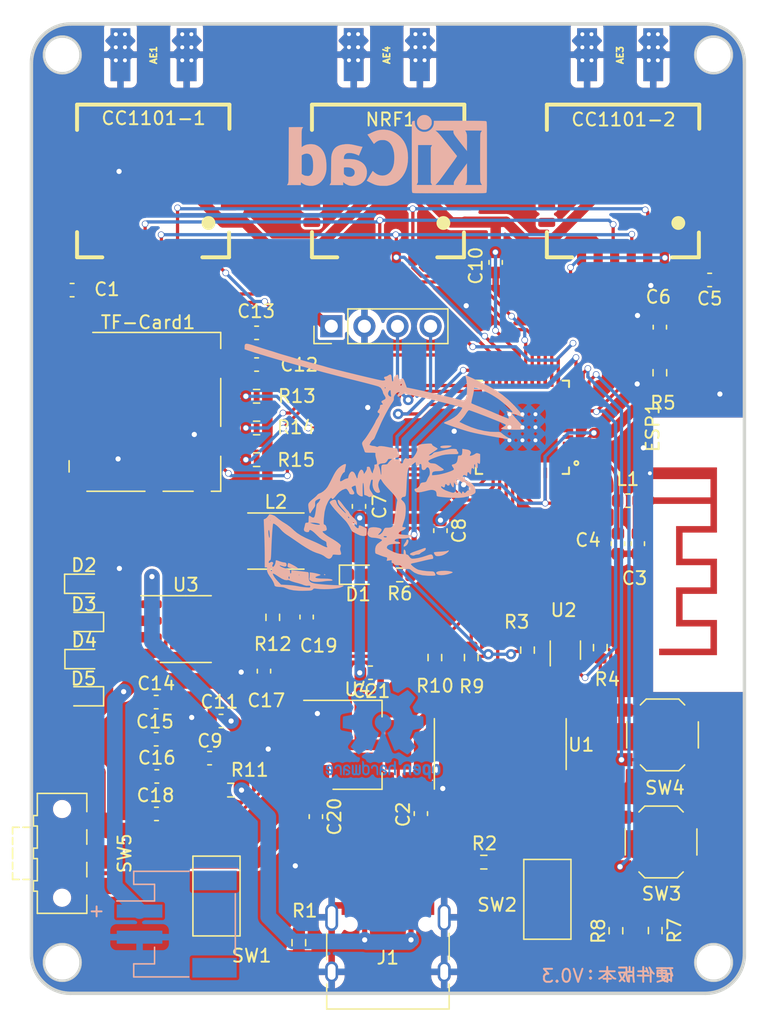
<source format=kicad_pcb>
(kicad_pcb (version 20221018) (generator pcbnew)
  (title_block (title "RF") (date "2022-06-02") (company "BY-LEON"))
  (layers (0 "F.Cu" signal) (31 "B.Cu" signal) (34 "B.Paste" user) (35 "F.Paste" user) (36 "B.SilkS" user "B.Silkscreen") (37 "F.SilkS" user "F.Silkscreen") (38 "B.Mask" user) (39 "F.Mask" user) (44 "Edge.Cuts" user))
  (net 0 "")
  (net 1 "GND")
  (net 2 "+3V3")
  (net 3 "VCC")
  (net 4 "IO32")
  (net 5 "Net-(D2-Pad1)")
  (net 6 "Net-(D4-Pad2)")
  (net 7 "+5V")
  (net 8 "Net-(J1-PadA5)")
  (net 9 "+")
  (net 10 "-")
  (net 12 "Net-(J1-PadB5)")
  (net 15 "IO22")
  (net 16 "IO23")
  (net 17 "IO18")
  (net 18 "IO19")
  (net 28 "IO02")
  (net 29 "IO05")
  (net 30 "IO14")
  (net 31 "IO13")
  (net 32 "IO12")
  (net 33 "IO04")
  (net 40 "IO25")
  (net 41 "IO27")
  (net 42 "IO26")
  (net 43 "Net-(D1-Pad2)")
  (net 48 "IO16")
  (net 50 "IO17")
  (net 51 "IO33")
  (net 52 "IO15")
  (net 57 "EN")
  (net 58 "IO34")
  (net 60 "IO0")
  (net 62 "RTS")
  (net 64 "DTR")
  (net 65 "IO35")
  (net 72 "Net-(C4-Pad1)")
  (net 74 "TXD")
  (net 75 "RXD")
  (net 76 "Net-(ESP1-Pad40)")
  (net 77 "Net-(ESP1-Pad41)")
  (net 83 "Net-(BT1-Pad1)")
  (net 84 "Net-(AE1-Pad1)")
  (net 85 "Net-(AE2-Pad1)")
  (net 86 "Net-(AE3-Pad1)")
  (net 89 "Net-(AE4-Pad1)")
  (net 99 "Net-(R3-Pad2)")
  (net 100 "Net-(R4-Pad1)")
  (net 101 "Net-(C9-Pad1)")
  (net 102 "Net-(C17-Pad1)")
  (net 103 "Net-(C20-Pad1)")
  (net 104 "Net-(D2-Pad2)")
  (net 105 "Net-(L2-Pad1)")
  (footprint "Capacitor_SMD:C_0603_1608Metric" (layer "F.Cu") (at 141.51 85.987 180)
    (fp_text reference "C12")
    (fp_text value "1UF" hide)
  )
  (footprint "Capacitor_SMD:C_0603_1608Metric" (layer "F.Cu") (at 150.255 109.62)
    (fp_text reference "C21")
    (fp_text value "22UF" hide)
  )
  (footprint "LED_SMD:LED_0603_1608Metric" (layer "F.Cu") (at 128.252886 102.802406)
    (fp_text reference "D2")
    (fp_text value "GREEN" hide)
  )
  (footprint "LED_SMD:LED_0603_1608Metric" (layer "F.Cu") (at 128.277886 105.727406 180)
    (fp_text reference "D3")
    (fp_text value "GREEN" hide)
  )
  (footprint "LEON:QFN-48_L7.0-W7.0-P0.50-BL-EP5.4" (layer "F.Cu") (at 161.91625 90.79625 90)
    (fp_text reference "ESP1")
    (fp_text value "ESP32PICO_D4" hide)
  )
  (footprint "Capacitor_SMD:C_0603_1608Metric" (layer "F.Cu") (at 154.12 120.425 -90)
    (fp_text reference "C2")
    (fp_text value "10UF" hide)
  )
  (footprint "RF:A01-S2A" (layer "F.Cu") (at 133.604 71.882 90)
    (fp_text reference "CC1101-1")
    (fp_text value "A01-433" hide)
  )
  (footprint "Capacitor_SMD:C_0603_1608Metric" (layer "F.Cu") (at 149.37 96.865 90)
    (fp_text reference "C7")
    (fp_text value "10UF" hide)
  )
  (footprint "RF:A01-S2A" (layer "F.Cu") (at 151.638 71.882 90)
    (fp_text reference "NRF1")
    (fp_text value "A01-2400" hide)
  )
  (footprint "Resistor_SMD:R_0603_1608Metric" (layer "F.Cu") (at 144.75 130.325 -90)
    (fp_text reference "R1")
    (fp_text value "5.1kR" hide)
  )
  (footprint "Capacitor_SMD:C_0603_1608Metric" (layer "F.Cu") (at 159.86 78.155 90)
    (fp_text reference "C10")
    (fp_text value "10UF" hide)
  )
  (footprint "Connector_PinHeader_2.54mm:PinHeader_1x04_P2.54mm_Vertical" (layer "F.Cu") (at 147.245 83.05 90)
    (fp_text reference "J2" hide)
    (fp_text value "4P4C" hide)
  )
  (footprint "Resistor_SMD:R_0603_1608Metric" (layer "F.Cu") (at 152.5 102.12 180)
    (fp_text reference "R6")
    (fp_text value "0.3R" hide)
  )
  (footprint "gsg-modules:SMA-EDGE" (layer "F.Cu") (at 151.5 64.25 90)
    (fp_text reference "AE4")
    (fp_text value "Antenna_Shield" hide)
  )
  (footprint "Resistor_SMD:R_0603_1608Metric" (layer "F.Cu") (at 139.525 118.625)
    (fp_text reference "R11")
    (fp_text value "2R" hide)
  )
  (footprint "Button_Switch_SMD:SW_SPDT_CK-JS102011SAQN" (layer "F.Cu") (at 126.575 123.475 -90)
    (fp_text reference "SW5")
    (fp_text value "Switch_SW_DIP_x01" hide)
  )
  (footprint "Capacitor_SMD:C_0603_1608Metric" (layer "F.Cu") (at 142.075 109.5 -90)
    (fp_text reference "C17")
    (fp_text value "22UF" hide)
  )
  (footprint "Resistor_SMD:R_0603_1608Metric" (layer "F.Cu") (at 158.95 124.15)
    (fp_text reference "R2")
    (fp_text value "5.1kR" hide)
  )
  (footprint "Button_Switch_SMD:SW_SPST_TL3342" (layer "F.Cu") (at 172.67 114.39)
    (fp_text reference "SW4")
    (fp_text value "SW_Push_Dual_x2" hide)
  )
  (footprint "gsg-modules:SMA-EDGE" (layer "F.Cu") (at 169.415 64.257 90)
    (fp_text reference "AE3")
    (fp_text value "Antenna_Shield" hide)
  )
  (footprint "Package_SO:SOIC-16_3.9x9.9mm_P1.27mm" (layer "F.Cu") (at 160.215 115.095 90)
    (fp_text reference "U1")
    (fp_text value "CH340C" hide)
  )
  (footprint "Capacitor_SMD:C_0603_1608Metric" (layer "F.Cu") (at 146.06 120.655 -90)
    (fp_text reference "C20")
    (fp_text value "22UF" hide)
  )
  (footprint "LED_SMD:LED_0603_1608Metric" (layer "F.Cu") (at 128.277886 111.427406 180)
    (fp_text reference "D5")
    (fp_text value "GREEN" hide)
  )
  (footprint "Capacitor_SMD:C_0603_1608Metric" (layer "F.Cu") (at 172.466 83.121 90)
    (fp_text reference "C6")
    (fp_text value "0.1UF" hide)
  )
  (footprint "Capacitor_SMD:C_0603_1608Metric" (layer "F.Cu") (at 141.51 83.555 180)
    (fp_text reference "C13")
    (fp_text value "1UF" hide)
  )
  (footprint "Capacitor_SMD:C_0603_1608Metric" (layer "F.Cu") (at 176.289 79.502 180)
    (fp_text reference "C5")
    (fp_text value "10UF" hide)
  )
  (footprint "Resistor_SMD:R_0603_1608Metric" (layer "F.Cu") (at 167.894 107.696 -90)
    (fp_text reference "R4")
    (fp_text value "10K" hide)
  )
  (footprint "Button_Switch_SMD:SW_SPST_FSMSM" (layer "F.Cu") (at 163.83 127 -90)
    (fp_text reference "SW2")
    (fp_text value "SW_DIP_x01" hide)
  )
  (footprint "Inductor_SMD:L_0603_1608Metric" (layer "F.Cu") (at 170.0125 96.425 180)
    (fp_text reference "L1")
    (fp_text value "1.8NH" hide)
  )
  (footprint "Capacitor_SMD:C_0603_1608Metric" (layer "F.Cu") (at 145.35 105.35 -90)
    (fp_text reference "C19")
    (fp_text value "22UF" hide)
  )
  (footprint "Resistor_SMD:R_0603_1608Metric" (layer "F.Cu") (at 141.51 88.419)
    (fp_text reference "R13")
    (fp_text value "10K" hide)
  )
  (footprint "Package_TO_SOT_SMD:SOT-363_SC-70-6_Handsoldering" (layer "F.Cu") (at 165.212 107.89 90)
    (fp_text reference "U2")
    (fp_text value "BC847BDW1T1G(Dual_NPN)" hide)
  )
  (footprint "Capacitor_SMD:C_0603_1608Metric" (layer "F.Cu") (at 169.25 99.725 -90)
    (fp_text reference "C4")
    (fp_text value "1.5pF" hide)
  )
  (footprint "RF_Antenna:Texas_SWRA117D_2.4GHz_Right" (layer "F.Cu") (at 171.7 96.425 -90)
    (fp_text reference "AE2" hide)
    (fp_text value "Antenna_Shield" hide)
  )
  (footprint "Button_Switch_SMD:SW_SPST_FSMSM" (layer "F.Cu") (at 138.43 126.746 -90)
    (fp_text reference "SW1")
    (fp_text value "SW_DIP_x01" hide)
  )
  (footprint "Package_TO_SOT_SMD:SOT-223-3_TabPin2" (layer "F.Cu") (at 149.23 115.15)
    (fp_text reference "U4")
    (fp_text value "AMS1117-3.3" hide)
  )
  (footprint "Resistor_SMD:R_0603_1608Metric" (layer "F.Cu") (at 162.306 107.887 -90)
    (fp_text reference "R3")
    (fp_text value "10K" hide)
  )
  (footprint "Resistor_SMD:R_0603_1608Metric" (layer "F.Cu") (at 172.11 129.395 90)
    (fp_text reference "R7")
    (fp_text value "10KR" hide)
  )
  (footprint "Package_SO:HSOP-8-1EP_3.9x4.9mm_P1.27mm_EP2.41x3.1mm" (layer "F.Cu") (at 136.075 106.275)
    (fp_text reference "U3")
    (fp_text value "IP5306" hide)
  )
  (footprint "Resistor_SMD:R_0603_1608Metric" (layer "F.Cu") (at 169.095 129.41 90)
    (fp_text reference "R8")
    (fp_text value "10KR" hide)
  )
  (footprint "Capacitor_SMD:C_0603_1608Metric" (layer "F.Cu") (at 133.8 114.725 180)
    (fp_text reference "C15")
    (fp_text value "22UF" hide)
  )
  (footprint "Connector_USB:USB_C_Receptacle_HRO_TYPE-C-31-M-12" (layer "F.Cu") (at 151.59 131.51)
    (fp_text reference "J1")
    (fp_text value "USB_C_Receptacle_USB2.0" hide)
  )
  (footprint "Button_Switch_SMD:SW_SPST_TL3342" (layer "F.Cu") (at 172.56 122.6)
    (fp_text reference "SW3")
    (fp_text value "SW_Push_Dual_x2" hide)
  )
  (footprint "Capacitor_SMD:C_0603_1608Metric" (layer "F.Cu") (at 127.345 80.28)
    (fp_text reference "C1")
    (fp_text value "10UF" hide)
  )
  (footprint "Capacitor_SMD:C_0603_1608Metric" (layer "F.Cu") (at 133.825 120.45 180)
    (fp_text reference "C18")
    (fp_text value "22UF" hide)
  )
  (footprint "LED_SMD:LED_0603_1608Metric" (layer "F.Cu") (at 128.277886 108.577406)
    (fp_text reference "D4")
    (fp_text value "GREEN" hide)
  )
  (footprint "Resistor_SMD:R_0603_1608Metric" (layer "F.Cu") (at 141.51 93.283)
    (fp_text reference "R15")
    (fp_text value "10K" hide)
  )
  (footprint "Inductor_SMD:L_Coilcraft_XxL4040" (layer "F.Cu") (at 142.99 99.525)
    (fp_text reference "L2")
    (fp_text value "10UH" hide)
  )
  (footprint "Capacitor_SMD:C_0603_1608Metric" (layer "F.Cu") (at 155.62 98.725 -90)
    (fp_text reference "C8")
    (fp_text value "0.1UF" hide)
  )
  (footprint "Resistor_SMD:R_0603_1608Metric" (layer "F.Cu") (at 157.988 108.458 -90)
    (fp_text reference "R9")
    (fp_text value "470R" hide)
  )
  (footprint "Capacitor_SMD:C_0603_1608Metric" (layer "F.Cu") (at 138.775 113.325 180)
    (fp_text reference "C11")
    (fp_text value "10UF" hide)
  )
  (footprint "Capacitor_SMD:C_0603_1608Metric" (layer "F.Cu") (at 137.9 116.175)
    (fp_text reference "C9")
    (fp_text value "10UF" hide)
  )
  (footprint "Capacitor_SMD:C_0603_1608Metric" (layer "F.Cu") (at 170.775 99.725 90)
    (fp_text reference "C3")
    (fp_text value "1.2PF" hide)
  )
  (footprint "Resistor_SMD:R_0603_1608Metric" (layer "F.Cu") (at 142.75 105.375 90)
    (fp_text reference "R12")
    (fp_text value "0.5R" hide)
  )
  (footprint "Resistor_SMD:R_0603_1608Metric" (layer "F.Cu") (at 172.466 86.614 -90)
    (fp_text reference "R5")
    (fp_text value "10KR" hide)
  )
  (footprint "Capacitor_SMD:C_0603_1608Metric" (layer "F.Cu") (at 133.8 111.875)
    (fp_text reference "C14")
    (fp_text value "22UF" hide)
  )
  (footprint "Resistor_SMD:R_0603_1608Metric" (layer "F.Cu") (at 155.194 108.458 -90)
    (fp_text reference "R10")
    (fp_text value "470R" hide)
  )
  (footprint "Capacitor_SMD:C_0603_1608Metric" (layer "F.Cu") (at 133.85 117.575)
    (fp_text reference "C16")
    (fp_text value "22UF" hide)
  )
  (footprint "Connector_Card:microSD_HC_Molex_104031-0811" (layer "F.Cu") (at 132.935 89.635 90)
    (fp_text reference "TF-Card1")
    (fp_text value "Micro_SD_Card" hide)
  )
  (footprint "Resistor_SMD:R_0603_1608Metric" (layer "F.Cu") (at 141.51 90.851)
    (fp_text reference "R14")
    (fp_text value "10K" hide)
  )
  (footprint "RF:A01-S2A" (layer "F.Cu") (at 169.672 71.882 90)
    (fp_text reference "CC1101-2")
    (fp_text value "A01-433" hide)
  )
  (footprint "gsg-modules:SMA-EDGE" (layer "F.Cu") (at 133.6 64.257 90)
    (fp_text reference "AE1")
    (fp_text value "Antenna_Shield" hide)
  )
  (footprint "Diode_SMD:D_0603_1608Metric" (layer "F.Cu") (at 149.352 102.108)
    (fp_text reference "D1")
    (fp_text value "RLED" hide)
  )
  (footprint "Symbol:OSHW-Logo2_9.8x8mm_Copper" (layer "B.Cu") (at 151.22 114.05 180)
    (fp_text reference "REF**" hide)
    (fp_text value "OSHW-Logo2_9.8x8mm_Copper" hide)
  )
  (footprint "gsg-modules:JST_PH_S2B-PH-SM4-TB_02x2.00mm_Angled" (layer "B.Cu") (at 135.4 128.9 -90)
    (fp_text reference "BT1" hide)
    (fp_text value "Battery_Cell" hide)
  )
  (footprint "Symbol:KiCad-Logo_6mm_SilkScreen" (layer "B.Cu") (at 151.525 69.825 180)
    (fp_text reference "REF**" hide)
    (fp_text value "KiCad-Logo_6mm_SilkScreen" hide)
  )
  (footprint "LEON:walogo" (layer "B.Cu") (at 151.85 93.65 180)
    (fp_text reference "G***" hide)
    (fp_text value "LOGO" hide)
  )
  (gr_line (start 175.190329 62.383854) (end 175.184896 62.312404) (stroke (width 0.186125)) (layer "Edge.Cuts"))
  (gr_line (start 177.989675 62.383854) (end 177.980728 62.454266) (stroke (width 0.186125)) (layer "Edge.Cuts"))
  (gr_line (start 127.31955 61.036753) (end 127.376634 61.073349) (stroke (width 0.186125)) (layer "Edge.Cuts"))
  (gr_line (start 177.911566 132.323754) (end 177.886375 132.387645) (stroke (width 0.186125)) (layer "Edge.Cuts"))
  (gr_line (start 124.906797 133.116535) (end 124.817736 133.003204) (stroke (width 0.26348)) (layer "Edge.Cuts"))
  (gr_line (start 175.321804 61.630038) (end 175.352875 61.569373) (stroke (width 0.186125)) (layer "Edge.Cuts"))
  (gr_line (start 177.073755 130.518437) (end 177.137646 130.543629) (stroke (width 0.186125)) (layer "Edge.Cuts"))
  (gr_line (start 175.183065 131.840001) (end 175.184896 131.767601) (stroke (width 0.186125)) (layer "Edge.Cuts"))
  (gr_line (start 126.37574 60.849277) (end 126.446151 60.84033) (stroke (width 0.186125)) (layer "Edge.Cuts"))
  (gr_line (start 126.10625 60.918439) (end 126.171622 60.896319) (stroke (width 0.186125)) (layer "Edge.Cuts"))
  (gr_line (start 125.321804 132.449967) (end 125.293629 132.387645) (stroke (width 0.186125)) (layer "Edge.Cuts"))
  (gr_line (start 175.227359 61.888388) (end 175.246318 61.821623) (stroke (width 0.186125)) (layer "Edge.Cuts"))
  (gr_line (start 124.356617 61.979635) (end 124.403782 61.840243) (stroke (width 0.26348)) (layer "Edge.Cuts"))
  (gr_line (start 175.352875 61.569373) (end 175.386752 61.510455) (stroke (width 0.186125)) (layer "Edge.Cuts"))
  (gr_line (start 127.535995 132.881442) (end 127.484945 132.925663) (stroke (width 0.186125)) (layer "Edge.Cuts"))
  (gr_line (start 177.827129 132.510632) (end 177.793252 132.56955) (stroke (width 0.186125)) (layer "Edge.Cuts"))
  (gr_line (start 176.171622 63.583687) (end 176.106249 63.561568) (stroke (width 0.186125)) (layer "Edge.Cuts"))
  (gr_line (start 125.183065 62.240003) (end 125.183065 62.240003) (stroke (width 0.186125)) (layer "Edge.Cuts"))
  (gr_line (start 127.886375 61.69236) (end 127.911567 61.756251) (stroke (width 0.186125)) (layer "Edge.Cuts"))
  (gr_line (start 125.199276 62.454266) (end 125.190329 62.383854) (stroke (width 0.186125)) (layer "Edge.Cuts"))
  (gr_line (start 126.733853 60.84033) (end 126.804265 60.849277) (stroke (width 0.186125)) (layer "Edge.Cuts"))
  (gr_line (start 177.675663 63.134946) (end 177.631442 63.185996) (stroke (width 0.186125)) (layer "Edge.Cuts"))
  (gr_line (start 177.975389 60.651089) (end 178.079577 60.750423) (stroke (width 0.26348)) (layer "Edge.Cuts"))
  (gr_line (start 125.001088 60.854611) (end 125.100422 60.750423) (stroke (width 0.26348)) (layer "Edge.Cuts"))
  (gr_line (start 176.590002 133.246938) (end 176.590002 133.246938) (stroke (width 0.186125)) (layer "Edge.Cuts"))
  (gr_line (start 127.376634 63.406657) (end 127.31955 63.443253) (stroke (width 0.186125)) (layer "Edge.Cuts"))
  (gr_line (start 126.471996 134.113809) (end 126.329634 134.073383) (stroke (width 0.26348)) (layer "Edge.Cuts"))
  (gr_line (start 175.504341 63.134946) (end 175.462573 63.081796) (stroke (width 0.186125)) (layer "Edge.Cuts"))
  (gr_line (start 176.306455 130.461649) (end 176.375739 130.449276) (stroke (width 0.186125)) (layer "Edge.Cuts"))
  (gr_line (start 175.321804 132.449967) (end 175.293629 132.387645) (stroke (width 0.186125)) (layer "Edge.Cuts"))
  (gr_line (start 176.106249 63.561568) (end 176.042358 63.536376) (stroke (width 0.186125)) (layer "Edge.Cuts"))
  (gr_line (start 127.793253 131.110453) (end 127.82713 131.169371) (stroke (width 0.186125)) (layer "Edge.Cuts"))
  (gr_line (start 176.171622 130.496318) (end 176.238386 130.477359) (stroke (width 0.186125)) (layer "Edge.Cuts"))
  (gr_line (start 127.8582 61.630038) (end 127.886375 61.69236) (stroke (width 0.186125)) (layer "Edge.Cuts"))
  (gr_line (start 126.941618 63.602646) (end 126.873549 63.618356) (stroke (width 0.186125)) (layer "Edge.Cuts"))
  (gr_line (start 175.183065 62.240003) (end 175.183065 62.240003) (stroke (width 0.186125)) (layer "Edge.Cuts"))
  (gr_line (start 125.386752 61.510455) (end 125.423348 61.453371) (stroke (width 0.186125)) (layer "Edge.Cuts"))
  (gr_line (start 175.504341 61.34506) (end 175.548562 61.29401) (stroke (width 0.186125)) (layer "Edge.Cuts"))
  (gr_line (start 126.238387 130.477359) (end 126.306455 130.461649) (stroke (width 0.186125)) (layer "Edge.Cuts"))
  (gr_line (start 125.184896 131.767601) (end 125.190329 131.69615) (stroke (width 0.186125)) (layer "Edge.Cuts"))
  (gr_line (start 177.535995 132.881442) (end 177.484945 132.925663) (stroke (width 0.186125)) (layer "Edge.Cuts"))
  (gr_line (start 177.31955 130.636751) (end 177.376634 130.673347) (stroke (width 0.186125)) (layer "Edge.Cuts"))
  (gr_line (start 125.211649 61.956456) (end 125.227359 61.888388) (stroke (width 0.186125)) (layer "Edge.Cuts"))
  (gr_line (start 127.980729 131.625739) (end 127.989676 131.69615) (stroke (width 0.186125)) (layer "Edge.Cuts"))
  (gr_line (start 125.183065 62.240003) (end 125.184896 62.167602) (stroke (width 0.186125)) (layer "Edge.Cuts"))
  (gr_line (start 125.423348 131.053369) (end 125.462574 130.998208) (stroke (width 0.186125)) (layer "Edge.Cuts"))
  (gr_line (start 177.008382 60.896319) (end 177.073755 60.918439) (stroke (width 0.186125)) (layer "Edge.Cuts"))
  (gr_line (start 178.897308 62.267139) (end 178.923691 62.414873) (stroke (width 0.26348)) (layer "Edge.Cuts"))
  (gr_line (start 177.952645 61.888388) (end 177.968355 61.956456) (stroke (width 0.186125)) (layer "Edge.Cuts"))
  (gr_line (start 177.584857 63.234858) (end 177.535995 63.281443) (stroke (width 0.186125)) (layer "Edge.Cuts"))
  (gr_line (start 178.923691 131.665127) (end 178.897308 131.812861) (stroke (width 0.26348)) (layer "Edge.Cuts"))
  (gr_line (start 175.211649 61.956456) (end 175.227359 61.888388) (stroke (width 0.186125)) (layer "Edge.Cuts"))
  (gr_line (start 126.517601 60.834897) (end 126.590002 60.833066) (stroke (width 0.186125)) (layer "Edge.Cuts"))
  (gr_line (start 125.980037 130.571804) (end 126.042359 130.543629) (stroke (width 0.186125)) (layer "Edge.Cuts"))
  (gr_line (start 177.388235 133.846173) (end 177.258881 133.912424) (stroke (width 0.26348)) (layer "Edge.Cuts"))
  (gr_line (start 126.171622 63.583687) (end 126.10625 63.561568) (stroke (width 0.186125)) (layer "Edge.Cuts"))
  (gr_line (start 125.980037 133.108199) (end 125.919372 133.077129) (stroke (width 0.186125)) (layer "Edge.Cuts"))
  (gr_line (start 124.817736 61.076796) (end 124.906797 60.963465) (stroke (width 0.26348)) (layer "Edge.Cuts"))
  (gr_line (start 176.733853 60.84033) (end 176.804265 60.849277) (stroke (width 0.186125)) (layer "Edge.Cuts"))
  (gr_line (start 127.99694 62.240003) (end 127.99694 62.240003) (stroke (width 0.186125)) (layer "Edge.Cuts"))
  (gr_line (start 177.484945 132.925663) (end 177.431795 132.96743) (stroke (width 0.186125)) (layer "Edge.Cuts"))
  (gr_line (start 127.008382 60.896319) (end 127.073754 60.918439) (stroke (width 0.186125)) (layer "Edge.Cuts"))
  (gr_line (start 125.462574 130.998208) (end 125.504341 130.945059) (stroke (width 0.186125)) (layer "Edge.Cuts"))
  (gr_line (start 178.722503 61.704008) (end 178.776218 61.840243) (stroke (width 0.26348)) (layer "Edge.Cuts"))
  (gr_line (start 177.968355 61.956456) (end 177.980728 62.02574) (stroke (width 0.186125)) (layer "Edge.Cuts"))
  (gr_line (start 176.733853 133.239674) (end 176.662403 133.245107) (stroke (width 0.186125)) (layer "Edge.Cuts"))
  (gr_line (start 177.584857 130.845147) (end 177.631442 130.894009) (stroke (width 0.186125)) (layer "Edge.Cuts"))
  (gr_line (start 126.590002 130.433065) (end 126.662403 130.434896) (stroke (width 0.186125)) (layer "Edge.Cuts"))
  (gr_line (start 176.375739 130.449276) (end 176.446151 130.440329) (stroke (width 0.186125)) (layer "Edge.Cuts"))
  (gr_line (start 125.423348 132.626634) (end 125.386752 132.56955) (stroke (width 0.186125)) (layer "Edge.Cuts"))
  (gr_line (start 127.221743 59.871743) (end 127.221743 59.871743) (stroke (width 0.26348)) (layer "Edge.Cuts"))
  (gr_line (start 125.426795 133.612263) (end 125.313464 133.523202) (stroke (width 0.26348)) (layer "Edge.Cuts"))
  (gr_line (start 124.282692 131.812861) (end 124.256309 131.665127) (stroke (width 0.26348)) (layer "Edge.Cuts"))
  (gr_line (start 177.996939 131.840001) (end 177.996939 131.840001) (stroke (width 0.186125)) (layer "Edge.Cuts"))
  (gr_line (start 127.980729 62.454266) (end 127.968356 62.52355) (stroke (width 0.186125)) (layer "Edge.Cuts"))
  (gr_line (start 176.708004 134.113809) (end 176.562862 134.147308) (stroke (width 0.26348)) (layer "Edge.Cuts"))
  (gr_line (start 127.584857 132.834856) (end 127.535995 132.881442) (stroke (width 0.186125)) (layer "Edge.Cuts"))
  (gr_line (start 126.446151 130.440329) (end 126.517601 130.434896) (stroke (width 0.186125)) (layer "Edge.Cuts"))
  (gr_line (start 175.980036 63.508201) (end 175.919372 63.47713) (stroke (width 0.186125)) (layer "Edge.Cuts"))
  (gr_line (start 176.733853 63.639676) (end 176.662403 63.645109) (stroke (width 0.186125)) (layer "Edge.Cuts"))
  (gr_line (start 177.996939 62.240003) (end 177.996939 62.240003) (stroke (width 0.186125)) (layer "Edge.Cuts"))
  (gr_line (start 175.386752 61.510455) (end 175.423348 61.453371) (stroke (width 0.186125)) (layer "Edge.Cuts"))
  (gr_line (start 175.80337 130.673347) (end 175.860454 130.636751) (stroke (width 0.186125)) (layer "Edge.Cuts"))
  (gr_line (start 127.952645 131.488386) (end 127.968356 131.556454) (stroke (width 0.186125)) (layer "Edge.Cuts"))
  (gr_line (start 124.457497 132.375992) (end 124.403782 132.239757) (stroke (width 0.26348)) (layer "Edge.Cuts"))
  (gr_line (start 176.517601 63.645109) (end 176.446151 63.639676) (stroke (width 0.186125)) (layer "Edge.Cuts"))
  (gr_line (start 175.321804 62.849968) (end 175.293629 62.787646) (stroke (width 0.186125)) (layer "Edge.Cuts"))
  (gr_line (start 126.190242 134.026218) (end 126.054007 133.972502) (stroke (width 0.26348)) (layer "Edge.Cuts"))
  (gr_line (start 127.793253 132.56955) (end 127.756657 132.626634) (stroke (width 0.186125)) (layer "Edge.Cuts"))
  (gr_line (start 177.376634 63.406657) (end 177.31955 63.443253) (stroke (width 0.186125)) (layer "Edge.Cuts"))
  (gr_line (start 178.523937 132.763866) (end 178.445904 132.885585) (stroke (width 0.26348)) (layer "Edge.Cuts"))
  (gr_line (start 175.980036 60.971805) (end 176.042358 60.94363) (stroke (width 0.186125)) (layer "Edge.Cuts"))
  (gr_line (start 176.171622 60.896319) (end 176.238386 60.87736) (stroke (width 0.186125)) (layer "Edge.Cuts"))
  (gr_line (start 178.958258 131.208257) (end 178.958258 131.208257) (stroke (width 0.26348)) (layer "Edge.Cuts"))
  (gr_line (start 177.793252 131.110453) (end 177.827129 131.169371) (stroke (width 0.186125)) (layer "Edge.Cuts"))
  (gr_line (start 125.352875 61.569373) (end 125.386752 61.510455) (stroke (width 0.186125)) (layer "Edge.Cuts"))
  (gr_line (start 176.415128 134.17369) (end 176.26499 134.192768) (stroke (width 0.26348)) (layer "Edge.Cuts"))
  (gr_line (start 177.995108 131.912402) (end 177.989675 131.983853) (stroke (width 0.186125)) (layer "Edge.Cuts"))
  (gr_line (start 177.8582 62.849968) (end 177.827129 62.910633) (stroke (width 0.186125)) (layer "Edge.Cuts"))
  (gr_line (start 177.980728 62.02574) (end 177.989675 62.096152) (stroke (width 0.186125)) (layer "Edge.Cuts"))
  (gr_line (start 127.968356 132.123549) (end 127.952645 132.191617) (stroke (width 0.186125)) (layer "Edge.Cuts"))
  (gr_line (start 177.535995 63.281443) (end 177.484945 63.325664) (stroke (width 0.186125)) (layer "Edge.Cuts"))
  (gr_line (start 177.125992 60.107498) (end 177.258881 60.167576) (stroke (width 0.26348)) (layer "Edge.Cuts"))
  (gr_line (start 125.268438 131.356249) (end 125.293629 131.292358) (stroke (width 0.186125)) (layer "Edge.Cuts"))
  (gr_line (start 127.886375 62.787646) (end 127.8582 62.849968) (stroke (width 0.186125)) (layer "Edge.Cuts"))
  (gr_line (start 126.91501 59.887232) (end 127.067363 59.875647) (stroke (width 0.26348)) (layer "Edge.Cuts"))
  (gr_line (start 125.548562 61.29401) (end 125.595147 61.245148) (stroke (width 0.186125)) (layer "Edge.Cuts"))
  (gr_line (start 178.362263 133.003204) (end 178.273203 133.116535) (stroke (width 0.26348)) (layer "Edge.Cuts"))
  (gr_line (start 178.86381 131.958003) (end 178.823383 132.100365) (stroke (width 0.26348)) (layer "Edge.Cuts"))
  (gr_line (start 127.82713 62.910633) (end 127.793253 62.969551) (stroke (width 0.186125)) (layer "Edge.Cuts"))
  (gr_line (start 178.273203 133.116535) (end 178.178911 133.225389) (stroke (width 0.26348)) (layer "Edge.Cuts"))
  (gr_line (start 175.423348 63.026635) (end 175.386752 62.969551) (stroke (width 0.186125)) (layer "Edge.Cuts"))
  (gr_line (start 127.952645 62.591619) (end 127.933686 62.658383) (stroke (width 0.186125)) (layer "Edge.Cuts"))
  (gr_line (start 125.504341 61.34506) (end 125.548562 61.29401) (stroke (width 0.186125)) (layer "Edge.Cuts"))
  (gr_line (start 127.886375 132.387645) (end 127.8582 132.449967) (stroke (width 0.186125)) (layer "Edge.Cuts"))
  (gr_line (start 177.008382 133.183685) (end 176.941618 133.202644) (stroke (width 0.186125)) (layer "Edge.Cuts"))
  (gr_line (start 127.260632 61.002876) (end 127.31955 61.036753) (stroke (width 0.186125)) (layer "Edge.Cuts"))
  (gr_line (start 126.37574 130.449276) (end 126.446151 130.440329) (stroke (width 0.186125)) (layer "Edge.Cuts"))
  (gr_line (start 125.293629 62.787646) (end 125.268438 62.723755) (stroke (width 0.186125)) (layer "Edge.Cuts"))
  (gr_line (start 125.748209 61.112575) (end 125.80337 61.073349) (stroke (width 0.186125)) (layer "Edge.Cuts"))
  (gr_line (start 177.989675 131.983853) (end 177.980728 132.054264) (stroke (width 0.186125)) (layer "Edge.Cuts"))
  (gr_line (start 177.911566 131.356249) (end 177.933686 131.421621) (stroke (width 0.186125)) (layer "Edge.Cuts"))
  (gr_line (start 177.989675 62.096152) (end 177.995108 62.167602) (stroke (width 0.186125)) (layer "Edge.Cuts"))
  (gr_line (start 176.446151 133.239674) (end 176.375739 133.230727) (stroke (width 0.186125)) (layer "Edge.Cuts"))
  (gr_line (start 125.190329 62.383854) (end 125.184896 62.312404) (stroke (width 0.186125)) (layer "Edge.Cuts"))
  (gr_line (start 175.980036 130.571804) (end 176.042358 130.543629) (stroke (width 0.186125)) (layer "Edge.Cuts"))
  (gr_line (start 125.666133 60.306064) (end 125.791764 60.233827) (stroke (width 0.26348)) (layer "Edge.Cuts"))
  (gr_line (start 127.756657 132.626634) (end 127.717431 132.681795) (stroke (width 0.186125)) (layer "Edge.Cuts"))
  (gr_line (start 127.484945 130.75434) (end 127.535995 130.798561) (stroke (width 0.186125)) (layer "Edge.Cuts"))
  (gr_line (start 127.911567 62.723755) (end 127.886375 62.787646) (stroke (width 0.186125)) (layer "Edge.Cuts"))
  (gr_line (start 176.873549 130.461649) (end 176.941618 130.477359) (stroke (width 0.186125)) (layer "Edge.Cuts"))
  (gr_line (start 177.975389 133.428911) (end 177.866536 133.523202) (stroke (width 0.26348)) (layer "Edge.Cuts"))
  (gr_line (start 124.817736 133.003204) (end 124.734095 132.885585) (stroke (width 0.26348)) (layer "Edge.Cuts"))
  (gr_line (start 175.860454 63.443253) (end 175.80337 63.406657) (stroke (width 0.186125)) (layer "Edge.Cuts"))
  (gr_line (start 125.386752 62.969551) (end 125.352875 62.910633) (stroke (width 0.186125)) (layer "Edge.Cuts"))
  (gr_line (start 176.662403 60.834897) (end 176.733853 60.84033) (stroke (width 0.186125)) (layer "Edge.Cuts"))
  (gr_line (start 127.584857 63.234858) (end 127.535995 63.281443) (stroke (width 0.186125)) (layer "Edge.Cuts"))
  (gr_line (start 127.933686 132.258382) (end 127.911567 132.323754) (stroke (width 0.186125)) (layer "Edge.Cuts"))
  (gr_line (start 176.375739 60.849277) (end 176.446151 60.84033) (stroke (width 0.186125)) (layer "Edge.Cuts"))
  (gr_line (start 175.246318 61.821623) (end 175.268438 61.756251) (stroke (width 0.186125)) (layer "Edge.Cuts"))
  (gr_line (start 176.873549 133.218354) (end 176.804265 133.230727) (stroke (width 0.186125)) (layer "Edge.Cuts"))
  (gr_line (start 178.662425 132.50888) (end 178.596174 132.638235) (stroke (width 0.26348)) (layer "Edge.Cuts"))
  (gr_line (start 177.584857 61.245148) (end 177.631442 61.29401) (stroke (width 0.186125)) (layer "Edge.Cuts"))
  (gr_line (start 175.462573 132.681795) (end 175.423348 132.626634) (stroke (width 0.186125)) (layer "Edge.Cuts"))
  (gr_line (start 125.386752 131.110453) (end 125.423348 131.053369) (stroke (width 0.186125)) (layer "Edge.Cuts"))
  (gr_line (start 177.8582 61.630038) (end 177.886375 61.69236) (stroke (width 0.186125)) (layer "Edge.Cuts"))
  (gr_line (start 176.590002 60.833066) (end 176.590002 60.833066) (stroke (width 0.186125)) (layer "Edge.Cuts"))
  (gr_line (start 127.376634 130.673347) (end 127.431795 130.712573) (stroke (width 0.186125)) (layer "Edge.Cuts"))
  (gr_line (start 125.595147 61.245148) (end 125.644009 61.198563) (stroke (width 0.186125)) (layer "Edge.Cuts"))
  (gr_line (start 178.823383 61.979635) (end 178.86381 62.121997) (stroke (width 0.26348)) (layer "Edge.Cuts"))
  (gr_line (start 177.535995 130.798561) (end 177.584857 130.845147) (stroke (width 0.186125)) (layer "Edge.Cuts"))
  (gr_line (start 126.10625 133.161566) (end 126.042359 133.136374) (stroke (width 0.186125)) (layer "Edge.Cuts"))
  (gr_line (start 177.793252 62.969551) (end 177.756656 63.026635) (stroke (width 0.186125)) (layer "Edge.Cuts"))
  (gr_line (start 127.717431 63.081796) (end 127.675663 63.134946) (stroke (width 0.186125)) (layer "Edge.Cuts"))
  (gr_line (start 175.199276 62.454266) (end 175.190329 62.383854) (stroke (width 0.186125)) (layer "Edge.Cuts"))
  (gr_line (start 126.329634 134.073383) (end 126.190242 134.026218) (stroke (width 0.26348)) (layer "Edge.Cuts"))
  (gr_line (start 176.171622 133.183685) (end 176.106249 133.161566) (stroke (width 0.186125)) (layer "Edge.Cuts"))
  (gr_line (start 175.748209 132.96743) (end 175.695059 132.925663) (stroke (width 0.186125)) (layer "Edge.Cuts"))
  (gr_line (start 125.386752 132.56955) (end 125.352875 132.510632) (stroke (width 0.186125)) (layer "Edge.Cuts"))
  (gr_line (start 175.919372 61.002876) (end 175.980036 60.971805) (stroke (width 0.186125)) (layer "Edge.Cuts"))
  (gr_line (start 176.106249 133.161566) (end 176.042358 133.136374) (stroke (width 0.186125)) (layer "Edge.Cuts"))
  (gr_line (start 126.10625 130.518437) (end 126.171622 130.496318) (stroke (width 0.186125)) (layer "Edge.Cuts"))
  (gr_line (start 127.717431 130.998208) (end 127.756657 131.053369) (stroke (width 0.186125)) (layer "Edge.Cuts"))
  (gr_line (start 175.748209 61.112575) (end 175.80337 61.073349) (stroke (width 0.186125)) (layer "Edge.Cuts"))
  (gr_line (start 177.886375 61.69236) (end 177.911566 61.756251) (stroke (width 0.186125)) (layer "Edge.Cuts"))
  (gr_line (start 175.190329 131.69615) (end 175.199276 131.625739) (stroke (width 0.186125)) (layer "Edge.Cuts"))
  (gr_line (start 127.221743 134.208257) (end 127.221743 134.208257) (stroke (width 0.26348)) (layer "Edge.Cuts"))
  (gr_line (start 176.989758 60.053783) (end 177.125992 60.107498) (stroke (width 0.26348)) (layer "Edge.Cuts"))
  (gr_line (start 177.933686 62.658383) (end 177.911566 62.723755) (stroke (width 0.186125)) (layer "Edge.Cuts"))
  (gr_line (start 175.462573 61.39821) (end 175.504341 61.34506) (stroke (width 0.186125)) (layer "Edge.Cuts"))
  (gr_line (start 126.662403 133.245107) (end 126.590002 133.246938) (stroke (width 0.186125)) (layer "Edge.Cuts"))
  (gr_line (start 127.008382 130.496318) (end 127.073754 130.518437) (stroke (width 0.186125)) (layer "Edge.Cuts"))
  (gr_line (start 125.268438 61.756251) (end 125.293629 61.69236) (stroke (width 0.186125)) (layer "Edge.Cuts"))
  (gr_line (start 175.958258 59.871743) (end 175.958258 59.871743) (stroke (width 0.26348)) (layer "Edge.Cuts"))
  (gr_line (start 125.695059 132.925663) (end 125.644009 132.881442) (stroke (width 0.186125)) (layer "Edge.Cuts"))
  (gr_line (start 176.042358 130.543629) (end 176.106249 130.518437) (stroke (width 0.186125)) (layer "Edge.Cuts"))
  (gr_line (start 125.595147 130.845147) (end 125.644009 130.798561) (stroke (width 0.186125)) (layer "Edge.Cuts"))
  (gr_line (start 127.995109 62.312404) (end 127.989676 62.383854) (stroke (width 0.186125)) (layer "Edge.Cuts"))
  (gr_line (start 125.246318 62.658383) (end 125.227359 62.591619) (stroke (width 0.186125)) (layer "Edge.Cuts"))
  (gr_line (start 175.548562 130.894009) (end 175.595147 130.845147) (stroke (width 0.186125)) (layer "Edge.Cuts"))
  (gr_line (start 177.388235 60.233827) (end 177.513866 60.306064) (stroke (width 0.26348)) (layer "Edge.Cuts"))
  (gr_line (start 177.484945 130.75434) (end 177.535995 130.798561) (stroke (width 0.186125)) (layer "Edge.Cuts"))
  (gr_line (start 175.695059 61.154342) (end 175.748209 61.112575) (stroke (width 0.186125)) (layer "Edge.Cuts"))
  (gr_line (start 126.662403 60.834897) (end 126.733853 60.84033) (stroke (width 0.186125)) (layer "Edge.Cuts"))
  (gr_line (start 177.989675 131.69615) (end 177.995108 131.767601) (stroke (width 0.186125)) (layer "Edge.Cuts"))
  (gr_line (start 126.733853 63.639676) (end 126.662403 63.645109) (stroke (width 0.186125)) (layer "Edge.Cuts"))
  (gr_line (start 175.184896 62.167602) (end 175.190329 62.096152) (stroke (width 0.186125)) (layer "Edge.Cuts"))
  (gr_line (start 127.260632 133.077129) (end 127.199968 133.108199) (stroke (width 0.186125)) (layer "Edge.Cuts"))
  (gr_line (start 125.595147 63.234858) (end 125.548562 63.185996) (stroke (width 0.186125)) (layer "Edge.Cuts"))
  (gr_line (start 175.644009 63.281443) (end 175.595147 63.234858) (stroke (width 0.186125)) (layer "Edge.Cuts"))
  (gr_line (start 175.958258 59.871743) (end 176.112637 59.875647) (stroke (width 0.26348)) (layer "Edge.Cuts"))
  (gr_line (start 177.513866 133.773937) (end 177.388235 133.846173) (stroke (width 0.26348)) (layer "Edge.Cuts"))
  (gr_line (start 177.137646 63.536376) (end 177.073755 63.561568) (stroke (width 0.186125)) (layer "Edge.Cuts"))
  (gr_line (start 127.221743 59.871743) (end 127.221743 59.871743) (stroke (width 0.26348)) (layer "Edge.Cuts"))
  (gr_line (start 125.504341 130.945059) (end 125.548562 130.894009) (stroke (width 0.186125)) (layer "Edge.Cuts"))
  (gr_line (start 176.941618 60.87736) (end 177.008382 60.896319) (stroke (width 0.186125)) (layer "Edge.Cuts"))
  (gr_line (start 177.756656 63.026635) (end 177.717431 63.081796) (stroke (width 0.186125)) (layer "Edge.Cuts"))
  (gr_line (start 126.804265 130.449276) (end 126.873549 130.461649) (stroke (width 0.186125)) (layer "Edge.Cuts"))
  (gr_line (start 126.590002 60.833066) (end 126.662403 60.834897) (stroke (width 0.186125)) (layer "Edge.Cuts"))
  (gr_line (start 127.376634 61.073349) (end 127.431795 61.112575) (stroke (width 0.186125)) (layer "Edge.Cuts"))
  (gr_line (start 175.227359 62.591619) (end 175.211649 62.52355) (stroke (width 0.186125)) (layer "Edge.Cuts"))
  (gr_line (start 177.827129 62.910633) (end 177.793252 62.969551) (stroke (width 0.186125)) (layer "Edge.Cuts"))
  (gr_line (start 177.952645 62.591619) (end 177.933686 62.658383) (stroke (width 0.186125)) (layer "Edge.Cuts"))
  (gr_line (start 125.199276 132.054264) (end 125.190329 131.983853) (stroke (width 0.186125)) (layer "Edge.Cuts"))
  (gr_line (start 127.431795 130.712573) (end 127.484945 130.75434) (stroke (width 0.186125)) (layer "Edge.Cuts"))
  (gr_line (start 175.595147 132.834856) (end 175.548562 132.785994) (stroke (width 0.186125)) (layer "Edge.Cuts"))
  (gr_line (start 176.873549 63.618356) (end 176.804265 63.630729) (stroke (width 0.186125)) (layer "Edge.Cuts"))
  (gr_line (start 177.31955 63.443253) (end 177.260632 63.47713) (stroke (width 0.186125)) (layer "Edge.Cuts"))
  (gr_line (start 126.306455 63.618356) (end 126.238387 63.602646) (stroke (width 0.186125)) (layer "Edge.Cuts"))
  (gr_line (start 177.886375 131.292358) (end 177.911566 131.356249) (stroke (width 0.186125)) (layer "Edge.Cuts"))
  (gr_line (start 175.184896 131.767601) (end 175.190329 131.69615) (stroke (width 0.186125)) (layer "Edge.Cuts"))
  (gr_line (start 175.199276 62.02574) (end 175.211649 61.956456) (stroke (width 0.186125)) (layer "Edge.Cuts"))
  (gr_line (start 178.362263 61.076796) (end 178.445904 61.194415) (stroke (width 0.26348)) (layer "Edge.Cuts"))
  (gr_line (start 127.484945 132.925663) (end 127.431795 132.96743) (stroke (width 0.186125)) (layer "Edge.Cuts"))
  (gr_line (start 127.31955 63.443253) (end 127.260632 63.47713) (stroke (width 0.186125)) (layer "Edge.Cuts"))
  (gr_line (start 175.268438 132.323754) (end 175.246318 132.258382) (stroke (width 0.186125)) (layer "Edge.Cuts"))
  (gr_line (start 125.462574 61.39821) (end 125.504341 61.34506) (stroke (width 0.186125)) (layer "Edge.Cuts"))
  (gr_line (start 127.952645 61.888388) (end 127.968356 61.956456) (stroke (width 0.186125)) (layer "Edge.Cuts"))
  (gr_line (start 125.423348 61.453371) (end 125.462574 61.39821) (stroke (width 0.186125)) (layer "Edge.Cuts"))
  (gr_line (start 177.631442 63.185996) (end 177.584857 63.234858) (stroke (width 0.186125)) (layer "Edge.Cuts"))
  (gr_line (start 175.695059 132.925663) (end 175.644009 132.881442) (stroke (width 0.186125)) (layer "Edge.Cuts"))
  (gr_line (start 177.980728 132.054264) (end 177.968355 132.123549) (stroke (width 0.186125)) (layer "Edge.Cuts"))
  (gr_line (start 175.268438 61.756251) (end 175.293629 61.69236) (stroke (width 0.186125)) (layer "Edge.Cuts"))
  (gr_line (start 177.584857 132.834856) (end 177.535995 132.881442) (stroke (width 0.186125)) (layer "Edge.Cuts"))
  (gr_line (start 124.457497 61.704008) (end 124.517575 61.571119) (stroke (width 0.26348)) (layer "Edge.Cuts"))
  (gr_line (start 127.221743 134.208257) (end 127.067363 134.204354) (stroke (width 0.26348)) (layer "Edge.Cuts"))
  (gr_line (start 176.042358 63.536376) (end 175.980036 63.508201) (stroke (width 0.186125)) (layer "Edge.Cuts"))
  (gr_line (start 125.504341 63.134946) (end 125.462574 63.081796) (stroke (width 0.186125)) (layer "Edge.Cuts"))
  (gr_line (start 175.595147 63.234858) (end 175.548562 63.185996) (stroke (width 0.186125)) (layer "Edge.Cuts"))
  (gr_line (start 176.306455 133.218354) (end 176.238386 133.202644) (stroke (width 0.186125)) (layer "Edge.Cuts"))
  (gr_line (start 126.054007 60.107498) (end 126.190242 60.053783) (stroke (width 0.26348)) (layer "Edge.Cuts"))
  (gr_line (start 126.873549 63.618356) (end 126.804265 63.630729) (stroke (width 0.186125)) (layer "Edge.Cuts"))
  (gr_line (start 177.980728 62.454266) (end 177.968355 62.52355) (stroke (width 0.186125)) (layer "Edge.Cuts"))
  (gr_line (start 177.886375 132.387645) (end 177.8582 132.449967) (stroke (width 0.186125)) (layer "Edge.Cuts"))
  (gr_line (start 127.535995 61.198563) (end 127.584857 61.245148) (stroke (width 0.186125)) (layer "Edge.Cuts"))
  (gr_line (start 125.321804 131.230036) (end 125.352875 131.169371) (stroke (width 0.186125)) (layer "Edge.Cuts"))
  (gr_line (start 175.321804 131.230036) (end 175.352875 131.169371) (stroke (width 0.186125)) (layer "Edge.Cuts"))
  (gr_line (start 125.184896 62.167602) (end 125.190329 62.096152) (stroke (width 0.186125)) (layer "Edge.Cuts"))
  (gr_line (start 177.073755 133.161566) (end 177.008382 133.183685) (stroke (width 0.186125)) (layer "Edge.Cuts"))
  (gr_line (start 177.980728 131.625739) (end 177.989675 131.69615) (stroke (width 0.186125)) (layer "Edge.Cuts"))
  (gr_line (start 126.733853 130.440329) (end 126.804265 130.449276) (stroke (width 0.186125)) (layer "Edge.Cuts"))
  (gr_line (start 178.079577 60.750423) (end 178.178911 60.854611) (stroke (width 0.26348)) (layer "Edge.Cuts"))
  (gr_line (start 176.590002 130.433065) (end 176.662403 130.434896) (stroke (width 0.186125)) (layer "Edge.Cuts"))
  (gr_line (start 124.583826 61.441765) (end 124.656063 61.316134) (stroke (width 0.26348)) (layer "Edge.Cuts"))
  (gr_line (start 175.423348 132.626634) (end 175.386752 132.56955) (stroke (width 0.186125)) (layer "Edge.Cuts"))
  (gr_line (start 175.919372 133.077129) (end 175.860454 133.043251) (stroke (width 0.186125)) (layer "Edge.Cuts"))
  (gr_line (start 177.968355 131.556454) (end 177.980728 131.625739) (stroke (width 0.186125)) (layer "Edge.Cuts"))
  (gr_line (start 175.504341 132.734944) (end 175.462573 132.681795) (stroke (width 0.186125)) (layer "Edge.Cuts"))
  (gr_line (start 178.079577 133.329577) (end 177.975389 133.428911) (stroke (width 0.26348)) (layer "Edge.Cuts"))
  (gr_line (start 127.137646 133.136374) (end 127.073754 133.161566) (stroke (width 0.186125)) (layer "Edge.Cuts"))
  (gr_line (start 177.756656 132.626634) (end 177.717431 132.681795) (stroke (width 0.186125)) (layer "Edge.Cuts"))
  (gr_line (start 127.484945 61.154342) (end 127.535995 61.198563) (stroke (width 0.186125)) (layer "Edge.Cuts"))
  (gr_line (start 177.8582 131.230036) (end 177.886375 131.292358) (stroke (width 0.186125)) (layer "Edge.Cuts"))
  (gr_line (start 176.590002 63.64694) (end 176.590002 63.64694) (stroke (width 0.186125)) (layer "Edge.Cuts"))
  (gr_line (start 175.352875 132.510632) (end 175.321804 132.449967) (stroke (width 0.186125)) (layer "Edge.Cuts"))
  (gr_line (start 126.764872 134.17369) (end 126.617138 134.147308) (stroke (width 0.26348)) (layer "Edge.Cuts"))
  (gr_line (start 127.933686 131.421621) (end 127.952645 131.488386) (stroke (width 0.186125)) (layer "Edge.Cuts"))
  (gr_line (start 127.675663 130.945059) (end 127.717431 130.998208) (stroke (width 0.186125)) (layer "Edge.Cuts"))
  (gr_line (start 177.933686 132.258382) (end 177.911566 132.323754) (stroke (width 0.186125)) (layer "Edge.Cuts"))
  (gr_line (start 125.211649 132.123549) (end 125.199276 132.054264) (stroke (width 0.186125)) (layer "Edge.Cuts"))
  (gr_line (start 127.073754 133.161566) (end 127.008382 133.183685) (stroke (width 0.186125)) (layer "Edge.Cuts"))
  (gr_line (start 125.748209 132.96743) (end 125.695059 132.925663) (stroke (width 0.186125)) (layer "Edge.Cuts"))
  (gr_line (start 176.106249 130.518437) (end 176.171622 130.496318) (stroke (width 0.186125)) (layer "Edge.Cuts"))
  (gr_line (start 127.199968 60.971805) (end 127.260632 61.002876) (stroke (width 0.186125)) (layer "Edge.Cuts"))
  (gr_line (start 126.238387 60.87736) (end 126.306455 60.86165) (stroke (width 0.186125)) (layer "Edge.Cuts"))
  (gr_line (start 124.256309 131.665127) (end 124.237231 131.514989) (stroke (width 0.26348)) (layer "Edge.Cuts"))
  (gr_line (start 127.073754 130.518437) (end 127.137646 130.543629) (stroke (width 0.186125)) (layer "Edge.Cuts"))
  (gr_line (start 177.431795 61.112575) (end 177.484945 61.154342) (stroke (width 0.186125)) (layer "Edge.Cuts"))
  (gr_line (start 177.756656 131.053369) (end 177.793252 131.110453) (stroke (width 0.186125)) (layer "Edge.Cuts"))
  (gr_line (start 177.258881 60.167576) (end 177.388235 60.233827) (stroke (width 0.26348)) (layer "Edge.Cuts"))
  (gr_line (start 124.221742 131.208257) (end 124.221742 62.871744) (stroke (width 0.26348)) (layer "Edge.Cuts"))
  (gr_line (start 175.860454 61.036753) (end 175.919372 61.002876) (stroke (width 0.186125)) (layer "Edge.Cuts"))
  (gr_line (start 176.850365 134.073383) (end 176.708004 134.113809) (stroke (width 0.26348)) (layer "Edge.Cuts"))
  (gr_line (start 127.199968 63.508201) (end 127.137646 63.536376) (stroke (width 0.186125)) (layer "Edge.Cuts"))
  (gr_line (start 125.321804 61.630038) (end 125.352875 61.569373) (stroke (width 0.186125)) (layer "Edge.Cuts"))
  (gr_line (start 177.260632 133.077129) (end 177.199968 133.108199) (stroke (width 0.186125)) (layer "Edge.Cuts"))
  (gr_line (start 125.293629 131.292358) (end 125.321804 131.230036) (stroke (width 0.186125)) (layer "Edge.Cuts"))
  (gr_line (start 125.644009 61.198563) (end 125.695059 61.154342) (stroke (width 0.186125)) (layer "Edge.Cuts"))
  (gr_line (start 176.238386 130.477359) (end 176.306455 130.461649) (stroke (width 0.186125)) (layer "Edge.Cuts"))
  (gr_line (start 176.662403 63.645109) (end 176.590002 63.64694) (stroke (width 0.186125)) (layer "Edge.Cuts"))
  (gr_line (start 125.80337 130.673347) (end 125.860454 130.636751) (stroke (width 0.186125)) (layer "Edge.Cuts"))
  (gr_line (start 126.329634 60.006618) (end 126.471996 59.966191) (stroke (width 0.26348)) (layer "Edge.Cuts"))
  (gr_line (start 177.675663 132.734944) (end 177.631442 132.785994) (stroke (width 0.186125)) (layer "Edge.Cuts"))
  (gr_line (start 124.734095 132.885585) (end 124.656063 132.763866) (stroke (width 0.26348)) (layer "Edge.Cuts"))
  (gr_line (start 175.595147 61.245148) (end 175.644009 61.198563) (stroke (width 0.186125)) (layer "Edge.Cuts"))
  (gr_line (start 126.590002 63.64694) (end 126.590002 63.64694) (stroke (width 0.186125)) (layer "Edge.Cuts"))
  (gr_line (start 125.001088 133.225389) (end 124.906797 133.116535) (stroke (width 0.26348)) (layer "Edge.Cuts"))
  (gr_line (start 125.919372 133.077129) (end 125.860454 133.043251) (stroke (width 0.186125)) (layer "Edge.Cuts"))
  (gr_line (start 175.211649 131.556454) (end 175.227359 131.488386) (stroke (width 0.186125)) (layer "Edge.Cuts"))
  (gr_line (start 176.517601 133.245107) (end 176.446151 133.239674) (stroke (width 0.186125)) (layer "Edge.Cuts"))
  (gr_line (start 126.941618 133.202644) (end 126.873549 133.218354) (stroke (width 0.186125)) (layer "Edge.Cuts"))
  (gr_line (start 175.644009 132.881442) (end 175.595147 132.834856) (stroke (width 0.186125)) (layer "Edge.Cuts"))
  (gr_line (start 177.717431 63.081796) (end 177.675663 63.134946) (stroke (width 0.186125)) (layer "Edge.Cuts"))
  (gr_line (start 125.293629 61.69236) (end 125.321804 61.630038) (stroke (width 0.186125)) (layer "Edge.Cuts"))
  (gr_line (start 175.386752 131.110453) (end 175.423348 131.053369) (stroke (width 0.186125)) (layer "Edge.Cuts"))
  (gr_line (start 127.995109 131.767601) (end 127.99694 131.840001) (stroke (width 0.186125)) (layer "Edge.Cuts"))
  (gr_line (start 125.199276 62.02574) (end 125.211649 61.956456) (stroke (width 0.186125)) (layer "Edge.Cuts"))
  (gr_line (start 125.352875 62.910633) (end 125.321804 62.849968) (stroke (width 0.186125)) (layer "Edge.Cuts"))
  (gr_line (start 176.662403 130.434896) (end 176.733853 130.440329) (stroke (width 0.186125)) (layer "Edge.Cuts"))
  (gr_line (start 126.941618 130.477359) (end 127.008382 130.496318) (stroke (width 0.186125)) (layer "Edge.Cuts"))
  (gr_line (start 126.662403 63.645109) (end 126.590002 63.64694) (stroke (width 0.186125)) (layer "Edge.Cuts"))
  (gr_line (start 125.644009 130.798561) (end 125.695059 130.75434) (stroke (width 0.186125)) (layer "Edge.Cuts"))
  (gr_line (start 175.462573 63.081796) (end 175.423348 63.026635) (stroke (width 0.186125)) (layer "Edge.Cuts"))
  (gr_line (start 178.897308 131.812861) (end 178.86381 131.958003) (stroke (width 0.26348)) (layer "Edge.Cuts"))
  (gr_line (start 176.804265 133.230727) (end 176.733853 133.239674) (stroke (width 0.186125)) (layer "Edge.Cuts"))
  (gr_line (start 176.804265 60.849277) (end 176.873549 60.86165) (stroke (width 0.186125)) (layer "Edge.Cuts"))
  (gr_line (start 175.980036 133.108199) (end 175.919372 133.077129) (stroke (width 0.186125)) (layer "Edge.Cuts"))
  (gr_line (start 175.246318 131.421621) (end 175.268438 131.356249) (stroke (width 0.186125)) (layer "Edge.Cuts"))
  (gr_line (start 127.968356 61.956456) (end 127.980729 62.02574) (stroke (width 0.186125)) (layer "Edge.Cuts"))
  (gr_line (start 125.695059 63.325664) (end 125.644009 63.281443) (stroke (width 0.186125)) (layer "Edge.Cuts"))
  (gr_line (start 127.199968 130.571804) (end 127.260632 130.602874) (stroke (width 0.186125)) (layer "Edge.Cuts"))
  (gr_line (start 124.517575 132.50888) (end 124.457497 132.375992) (stroke (width 0.26348)) (layer "Edge.Cuts"))
  (gr_line (start 176.415128 59.90631) (end 176.562862 59.932693) (stroke (width 0.26348)) (layer "Edge.Cuts"))
  (gr_line (start 178.662425 61.571119) (end 178.722503 61.704008) (stroke (width 0.26348)) (layer "Edge.Cuts"))
  (gr_line (start 175.199276 131.625739) (end 175.211649 131.556454) (stroke (width 0.186125)) (layer "Edge.Cuts"))
  (gr_line (start 175.293629 131.292358) (end 175.321804 131.230036) (stroke (width 0.186125)) (layer "Edge.Cuts"))
  (gr_line (start 175.695059 63.325664) (end 175.644009 63.281443) (stroke (width 0.186125)) (layer "Edge.Cuts"))
  (gr_line (start 176.590002 130.433065) (end 176.590002 130.433065) (stroke (width 0.186125)) (layer "Edge.Cuts"))
  (gr_line (start 125.644009 132.881442) (end 125.595147 132.834856) (stroke (width 0.186125)) (layer "Edge.Cuts"))
  (gr_line (start 125.919372 61.002876) (end 125.980037 60.971805) (stroke (width 0.186125)) (layer "Edge.Cuts"))
  (gr_line (start 125.211649 131.556454) (end 125.227359 131.488386) (stroke (width 0.186125)) (layer "Edge.Cuts"))
  (gr_line (start 178.776218 132.239757) (end 178.722503 132.375992) (stroke (width 0.26348)) (layer "Edge.Cuts"))
  (gr_line (start 127.675663 63.134946) (end 127.631443 63.185996) (stroke (width 0.186125)) (layer "Edge.Cuts"))
  (gr_line (start 126.446151 60.84033) (end 126.517601 60.834897) (stroke (width 0.186125)) (layer "Edge.Cuts"))
  (gr_line (start 127.933686 61.821623) (end 127.952645 61.888388) (stroke (width 0.186125)) (layer "Edge.Cuts"))
  (gr_line (start 177.431795 132.96743) (end 177.376634 133.006656) (stroke (width 0.186125)) (layer "Edge.Cuts"))
  (gr_line (start 124.356617 132.100365) (end 124.31619 131.958003) (stroke (width 0.26348)) (layer "Edge.Cuts"))
  (gr_line (start 177.258881 133.912424) (end 177.125992 133.972502) (stroke (width 0.26348)) (layer "Edge.Cuts"))
  (gr_line (start 124.225646 131.362637) (end 124.221742 131.208257) (stroke (width 0.26348)) (layer "Edge.Cuts"))
  (gr_line (start 177.996939 62.240003) (end 177.995108 62.312404) (stroke (width 0.186125)) (layer "Edge.Cuts"))
  (gr_line (start 127.756657 63.026635) (end 127.717431 63.081796) (stroke (width 0.186125)) (layer "Edge.Cuts"))
  (gr_line (start 175.919372 130.602874) (end 175.980036 130.571804) (stroke (width 0.186125)) (layer "Edge.Cuts"))
  (gr_line (start 125.980037 60.971805) (end 126.042359 60.94363) (stroke (width 0.186125)) (layer "Edge.Cuts"))
  (gr_line (start 126.873549 133.218354) (end 126.804265 133.230727) (stroke (width 0.186125)) (layer "Edge.Cuts"))
  (gr_line (start 177.631442 132.785994) (end 177.584857 132.834856) (stroke (width 0.186125)) (layer "Edge.Cuts"))
  (gr_line (start 177.073755 63.561568) (end 177.008382 63.583687) (stroke (width 0.186125)) (layer "Edge.Cuts"))
  (gr_line (start 177.199968 63.508201) (end 177.137646 63.536376) (stroke (width 0.186125)) (layer "Edge.Cuts"))
  (gr_line (start 127.793253 62.969551) (end 127.756657 63.026635) (stroke (width 0.186125)) (layer "Edge.Cuts"))
  (gr_line (start 125.791764 60.233827) (end 125.921118 60.167576) (stroke (width 0.26348)) (layer "Edge.Cuts"))
  (gr_line (start 126.941618 60.87736) (end 127.008382 60.896319) (stroke (width 0.186125)) (layer "Edge.Cuts"))
  (gr_line (start 177.753205 133.612263) (end 177.635585 133.695904) (stroke (width 0.26348)) (layer "Edge.Cuts"))
  (gr_line (start 175.958258 134.208257) (end 175.958258 134.208257) (stroke (width 0.26348)) (layer "Edge.Cuts"))
  (gr_line (start 177.260632 130.602874) (end 177.31955 130.636751) (stroke (width 0.186125)) (layer "Edge.Cuts"))
  (gr_line (start 177.793252 61.510455) (end 177.827129 61.569373) (stroke (width 0.186125)) (layer "Edge.Cuts"))
  (gr_line (start 177.996939 131.840001) (end 177.995108 131.912402) (stroke (width 0.186125)) (layer "Edge.Cuts"))
  (gr_line (start 176.106249 60.918439) (end 176.171622 60.896319) (stroke (width 0.186125)) (layer "Edge.Cuts"))
  (gr_line (start 125.548562 63.185996) (end 125.504341 63.134946) (stroke (width 0.186125)) (layer "Edge.Cuts"))
  (gr_line (start 177.827129 131.169371) (end 177.8582 131.230036) (stroke (width 0.186125)) (layer "Edge.Cuts"))
  (gr_line (start 177.717431 61.39821) (end 177.756656 61.453371) (stroke (width 0.186125)) (layer "Edge.Cuts"))
  (gr_line (start 125.462574 132.681795) (end 125.423348 132.626634) (stroke (width 0.186125)) (layer "Edge.Cuts"))
  (gr_line (start 127.756657 61.453371) (end 127.793253 61.510455) (stroke (width 0.186125)) (layer "Edge.Cuts"))
  (gr_line (start 125.921118 60.167576) (end 126.054007 60.107498) (stroke (width 0.26348)) (layer "Edge.Cuts"))
  (gr_line (start 177.995108 62.312404) (end 177.989675 62.383854) (stroke (width 0.186125)) (layer "Edge.Cuts"))
  (gr_line (start 176.590002 133.246938) (end 176.517601 133.245107) (stroke (width 0.186125)) (layer "Edge.Cuts"))
  (gr_line (start 127.717431 132.681795) (end 127.675663 132.734944) (stroke (width 0.186125)) (layer "Edge.Cuts"))
  (gr_line (start 127.221743 59.871743) (end 175.958258 59.871743) (stroke (width 0.26348)) (layer "Edge.Cuts"))
  (gr_line (start 176.042358 60.94363) (end 176.106249 60.918439) (stroke (width 0.186125)) (layer "Edge.Cuts"))
  (gr_line (start 124.517575 61.571119) (end 124.583826 61.441765) (stroke (width 0.26348)) (layer "Edge.Cuts"))
  (gr_line (start 127.995109 131.912402) (end 127.989676 131.983853) (stroke (width 0.186125)) (layer "Edge.Cuts"))
  (gr_line (start 178.445904 61.194415) (end 178.523937 61.316134) (stroke (width 0.26348)) (layer "Edge.Cuts"))
  (gr_line (start 177.073755 60.918439) (end 177.137646 60.94363) (stroke (width 0.186125)) (layer "Edge.Cuts"))
  (gr_line (start 127.008382 133.183685) (end 126.941618 133.202644) (stroke (width 0.186125)) (layer "Edge.Cuts"))
  (gr_line (start 127.911567 61.756251) (end 127.933686 61.821623) (stroke (width 0.186125)) (layer "Edge.Cuts"))
  (gr_line (start 176.941618 130.477359) (end 177.008382 130.496318) (stroke (width 0.186125)) (layer "Edge.Cuts"))
  (gr_line (start 126.804265 60.849277) (end 126.873549 60.86165) (stroke (width 0.186125)) (layer "Edge.Cuts"))
  (gr_line (start 176.804265 63.630729) (end 176.733853 63.639676) (stroke (width 0.186125)) (layer "Edge.Cuts"))
  (gr_line (start 126.306455 60.86165) (end 126.37574 60.849277) (stroke (width 0.186125)) (layer "Edge.Cuts"))
  (gr_line (start 125.748209 130.712573) (end 125.80337 130.673347) (stroke (width 0.186125)) (layer "Edge.Cuts"))
  (gr_line (start 126.171622 60.896319) (end 126.238387 60.87736) (stroke (width 0.186125)) (layer "Edge.Cuts"))
  (gr_line (start 177.933686 131.421621) (end 177.952645 131.488386) (stroke (width 0.186125)) (layer "Edge.Cuts"))
  (gr_line (start 125.321804 62.849968) (end 125.293629 62.787646) (stroke (width 0.186125)) (layer "Edge.Cuts"))
  (gr_line (start 127.535995 63.281443) (end 127.484945 63.325664) (stroke (width 0.186125)) (layer "Edge.Cuts"))
  (gr_line (start 175.80337 61.073349) (end 175.860454 61.036753) (stroke (width 0.186125)) (layer "Edge.Cuts"))
  (gr_line (start 175.644009 130.798561) (end 175.695059 130.75434) (stroke (width 0.186125)) (layer "Edge.Cuts"))
  (gr_line (start 127.99694 131.840001) (end 127.99694 131.840001) (stroke (width 0.186125)) (layer "Edge.Cuts"))
  (gr_line (start 175.423348 131.053369) (end 175.462573 130.998208) (stroke (width 0.186125)) (layer "Edge.Cuts"))
  (gr_line (start 175.184896 62.312404) (end 175.183065 62.240003) (stroke (width 0.186125)) (layer "Edge.Cuts"))
  (gr_line (start 126.590002 133.246938) (end 126.517601 133.245107) (stroke (width 0.186125)) (layer "Edge.Cuts"))
  (gr_line (start 127.911567 132.323754) (end 127.886375 132.387645) (stroke (width 0.186125)) (layer "Edge.Cuts"))
  (gr_line (start 125.190329 131.983853) (end 125.184896 131.912402) (stroke (width 0.186125)) (layer "Edge.Cuts"))
  (gr_line (start 124.403782 132.239757) (end 124.356617 132.100365) (stroke (width 0.26348)) (layer "Edge.Cuts"))
  (gr_line (start 127.756657 131.053369) (end 127.793253 131.110453) (stroke (width 0.186125)) (layer "Edge.Cuts"))
  (gr_line (start 175.919372 63.47713) (end 175.860454 63.443253) (stroke (width 0.186125)) (layer "Edge.Cuts"))
  (gr_line (start 126.37574 133.230727) (end 126.306455 133.218354) (stroke (width 0.186125)) (layer "Edge.Cuts"))
  (gr_line (start 126.517601 130.434896) (end 126.590002 130.433065) (stroke (width 0.186125)) (layer "Edge.Cuts"))
  (gr_line (start 177.793252 132.56955) (end 177.756656 132.626634) (stroke (width 0.186125)) (layer "Edge.Cuts"))
  (gr_line (start 126.617138 59.932693) (end 126.764872 59.90631) (stroke (width 0.26348)) (layer "Edge.Cuts"))
  (gr_line (start 127.431795 63.367432) (end 127.376634 63.406657) (stroke (width 0.186125)) (layer "Edge.Cuts"))
  (gr_line (start 176.941618 63.602646) (end 176.873549 63.618356) (stroke (width 0.186125)) (layer "Edge.Cuts"))
  (gr_line (start 125.80337 133.006656) (end 125.748209 132.96743) (stroke (width 0.186125)) (layer "Edge.Cuts"))
  (gr_line (start 127.260632 63.47713) (end 127.199968 63.508201) (stroke (width 0.186125)) (layer "Edge.Cuts"))
  (gr_line (start 126.238387 133.202644) (end 126.171622 133.183685) (stroke (width 0.186125)) (layer "Edge.Cuts"))
  (gr_line (start 178.445904 132.885585) (end 178.362263 133.003204) (stroke (width 0.26348)) (layer "Edge.Cuts"))
  (gr_line (start 175.548562 132.785994) (end 175.504341 132.734944) (stroke (width 0.186125)) (layer "Edge.Cuts"))
  (gr_line (start 177.484945 61.154342) (end 177.535995 61.198563) (stroke (width 0.186125)) (layer "Edge.Cuts"))
  (gr_line (start 125.860454 63.443253) (end 125.80337 63.406657) (stroke (width 0.186125)) (layer "Edge.Cuts"))
  (gr_line (start 127.675663 61.34506) (end 127.717431 61.39821) (stroke (width 0.186125)) (layer "Edge.Cuts"))
  (gr_line (start 177.260632 63.47713) (end 177.199968 63.508201) (stroke (width 0.186125)) (layer "Edge.Cuts"))
  (gr_line (start 178.523937 61.316134) (end 178.596174 61.441765) (stroke (width 0.26348)) (layer "Edge.Cuts"))
  (gr_line (start 127.631443 132.785994) (end 127.584857 132.834856) (stroke (width 0.186125)) (layer "Edge.Cuts"))
  (gr_line (start 125.921118 133.912424) (end 125.791764 133.846173) (stroke (width 0.26348)) (layer "Edge.Cuts"))
  (gr_line (start 125.227359 132.191617) (end 125.211649 132.123549) (stroke (width 0.186125)) (layer "Edge.Cuts"))
  (gr_line (start 177.260632 61.002876) (end 177.31955 61.036753) (stroke (width 0.186125)) (layer "Edge.Cuts"))
  (gr_line (start 175.227359 131.488386) (end 175.246318 131.421621) (stroke (width 0.186125)) (layer "Edge.Cuts"))
  (gr_line (start 176.26499 59.887232) (end 176.415128 59.90631) (stroke (width 0.26348)) (layer "Edge.Cuts"))
  (gr_line (start 176.989758 134.026218) (end 176.850365 134.073383) (stroke (width 0.26348)) (layer "Edge.Cuts"))
  (gr_line (start 125.80337 63.406657) (end 125.748209 63.367432) (stroke (width 0.186125)) (layer "Edge.Cuts"))
  (gr_line (start 127.067363 134.204354) (end 126.91501 134.192768) (stroke (width 0.26348)) (layer "Edge.Cuts"))
  (gr_line (start 124.403782 61.840243) (end 124.457497 61.704008) (stroke (width 0.26348)) (layer "Edge.Cuts"))
  (gr_line (start 178.596174 61.441765) (end 178.662425 61.571119) (stroke (width 0.26348)) (layer "Edge.Cuts"))
  (gr_line (start 126.238387 63.602646) (end 126.171622 63.583687) (stroke (width 0.186125)) (layer "Edge.Cuts"))
  (gr_line (start 126.446151 133.239674) (end 126.37574 133.230727) (stroke (width 0.186125)) (layer "Edge.Cuts"))
  (gr_line (start 127.995109 62.167602) (end 127.99694 62.240003) (stroke (width 0.186125)) (layer "Edge.Cuts"))
  (gr_line (start 176.590002 60.833066) (end 176.662403 60.834897) (stroke (width 0.186125)) (layer "Edge.Cuts"))
  (gr_line (start 175.958258 134.208257) (end 127.221743 134.208257) (stroke (width 0.26348)) (layer "Edge.Cuts"))
  (gr_line (start 125.666133 133.773937) (end 125.544414 133.695904) (stroke (width 0.26348)) (layer "Edge.Cuts"))
  (gr_line (start 175.183065 131.840001) (end 175.183065 131.840001) (stroke (width 0.186125)) (layer "Edge.Cuts"))
  (gr_line (start 177.199968 130.571804) (end 177.260632 130.602874) (stroke (width 0.186125)) (layer "Edge.Cuts"))
  (gr_line (start 126.590002 63.64694) (end 126.517601 63.645109) (stroke (width 0.186125)) (layer "Edge.Cuts"))
  (gr_line (start 125.919372 130.602874) (end 125.980037 130.571804) (stroke (width 0.186125)) (layer "Edge.Cuts"))
  (gr_line (start 175.644009 61.198563) (end 175.695059 61.154342) (stroke (width 0.186125)) (layer "Edge.Cuts"))
  (gr_line (start 177.376634 130.673347) (end 177.431795 130.712573) (stroke (width 0.186125)) (layer "Edge.Cuts"))
  (gr_line (start 125.595147 132.834856) (end 125.548562 132.785994) (stroke (width 0.186125)) (layer "Edge.Cuts"))
  (gr_line (start 126.471996 59.966191) (end 126.617138 59.932693) (stroke (width 0.26348)) (layer "Edge.Cuts"))
  (gr_line (start 176.375739 133.230727) (end 176.306455 133.218354) (stroke (width 0.186125)) (layer "Edge.Cuts"))
  (gr_line (start 127.31955 130.636751) (end 127.376634 130.673347) (stroke (width 0.186125)) (layer "Edge.Cuts"))
  (gr_line (start 127.968356 62.52355) (end 127.952645 62.591619) (stroke (width 0.186125)) (layer "Edge.Cuts"))
  (gr_line (start 125.352875 132.510632) (end 125.321804 132.449967) (stroke (width 0.186125)) (layer "Edge.Cuts"))
  (gr_line (start 125.268438 132.323754) (end 125.246318 132.258382) (stroke (width 0.186125)) (layer "Edge.Cuts"))
  (gr_line (start 126.306455 133.218354) (end 126.238387 133.202644) (stroke (width 0.186125)) (layer "Edge.Cuts"))
  (gr_line (start 177.008382 130.496318) (end 177.073755 130.518437) (stroke (width 0.186125)) (layer "Edge.Cuts"))
  (gr_line (start 125.860454 130.636751) (end 125.919372 130.602874) (stroke (width 0.186125)) (layer "Edge.Cuts"))
  (gr_line (start 127.82713 131.169371) (end 127.8582 131.230036) (stroke (width 0.186125)) (layer "Edge.Cuts"))
  (gr_line (start 177.484945 63.325664) (end 177.431795 63.367432) (stroke (width 0.186125)) (layer "Edge.Cuts"))
  (gr_line (start 177.968355 132.123549) (end 177.952645 132.191617) (stroke (width 0.186125)) (layer "Edge.Cuts"))
  (gr_line (start 125.80337 61.073349) (end 125.860454 61.036753) (stroke (width 0.186125)) (layer "Edge.Cuts"))
  (gr_line (start 178.942769 131.514989) (end 178.923691 131.665127) (stroke (width 0.26348)) (layer "Edge.Cuts"))
  (gr_line (start 178.958258 62.871744) (end 178.958258 62.871744) (stroke (width 0.26348)) (layer "Edge.Cuts"))
  (gr_line (start 126.042359 130.543629) (end 126.10625 130.518437) (stroke (width 0.186125)) (layer "Edge.Cuts"))
  (gr_line (start 175.184896 131.912402) (end 175.183065 131.840001) (stroke (width 0.186125)) (layer "Edge.Cuts"))
  (gr_line (start 125.100422 133.329577) (end 125.001088 133.225389) (stroke (width 0.26348)) (layer "Edge.Cuts"))
  (gr_line (start 125.20461 60.651089) (end 125.313464 60.556798) (stroke (width 0.26348)) (layer "Edge.Cuts"))
  (gr_line (start 177.31955 61.036753) (end 177.376634 61.073349) (stroke (width 0.186125)) (layer "Edge.Cuts"))
  (gr_line (start 126.054007 133.972502) (end 125.921118 133.912424) (stroke (width 0.26348)) (layer "Edge.Cuts"))
  (gr_line (start 177.631442 130.894009) (end 177.675663 130.945059) (stroke (width 0.186125)) (layer "Edge.Cuts"))
  (gr_line (start 175.227359 132.191617) (end 175.211649 132.123549) (stroke (width 0.186125)) (layer "Edge.Cuts"))
  (gr_line (start 176.662403 133.245107) (end 176.590002 133.246938) (stroke (width 0.186125)) (layer "Edge.Cuts"))
  (gr_line (start 124.906797 60.963465) (end 125.001088 60.854611) (stroke (width 0.26348)) (layer "Edge.Cuts"))
  (gr_line (start 176.238386 60.87736) (end 176.306455 60.86165) (stroke (width 0.186125)) (layer "Edge.Cuts"))
  (gr_line (start 175.268438 62.723755) (end 175.246318 62.658383) (stroke (width 0.186125)) (layer "Edge.Cuts"))
  (gr_line (start 125.919372 63.47713) (end 125.860454 63.443253) (stroke (width 0.186125)) (layer "Edge.Cuts"))
  (gr_line (start 127.99694 131.840001) (end 127.99694 131.840001) (stroke (width 0.186125)) (layer "Edge.Cuts"))
  (gr_line (start 127.980729 132.054264) (end 127.968356 132.123549) (stroke (width 0.186125)) (layer "Edge.Cuts"))
  (gr_line (start 125.227359 131.488386) (end 125.246318 131.421621) (stroke (width 0.186125)) (layer "Edge.Cuts"))
  (gr_line (start 175.386752 62.969551) (end 175.352875 62.910633) (stroke (width 0.186125)) (layer "Edge.Cuts"))
  (gr_line (start 175.211649 62.52355) (end 175.199276 62.454266) (stroke (width 0.186125)) (layer "Edge.Cuts"))
  (gr_line (start 178.273203 60.963465) (end 178.362263 61.076796) (stroke (width 0.26348)) (layer "Edge.Cuts"))
  (gr_line (start 175.860454 130.636751) (end 175.919372 130.602874) (stroke (width 0.186125)) (layer "Edge.Cuts"))
  (gr_line (start 175.695059 130.75434) (end 175.748209 130.712573) (stroke (width 0.186125)) (layer "Edge.Cuts"))
  (gr_line (start 125.293629 132.387645) (end 125.268438 132.323754) (stroke (width 0.186125)) (layer "Edge.Cuts"))
  (gr_line (start 127.631443 130.894009) (end 127.675663 130.945059) (stroke (width 0.186125)) (layer "Edge.Cuts"))
  (gr_line (start 178.923691 62.414873) (end 178.942769 62.565011) (stroke (width 0.26348)) (layer "Edge.Cuts"))
  (gr_line (start 177.675663 130.945059) (end 177.717431 130.998208) (stroke (width 0.186125)) (layer "Edge.Cuts"))
  (gr_line (start 127.137646 60.94363) (end 127.199968 60.971805) (stroke (width 0.186125)) (layer "Edge.Cuts"))
  (gr_line (start 175.80337 63.406657) (end 175.748209 63.367432) (stroke (width 0.186125)) (layer "Edge.Cuts"))
  (gr_line (start 175.183065 62.240003) (end 175.184896 62.167602) (stroke (width 0.186125)) (layer "Edge.Cuts"))
  (gr_line (start 125.544414 60.384096) (end 125.666133 60.306064) (stroke (width 0.26348)) (layer "Edge.Cuts"))
  (gr_line (start 176.446151 63.639676) (end 176.375739 63.630729) (stroke (width 0.186125)) (layer "Edge.Cuts"))
  (gr_line (start 176.112637 134.204354) (end 175.958258 134.208257) (stroke (width 0.26348)) (layer "Edge.Cuts"))
  (gr_line (start 124.221742 62.871744) (end 124.221742 62.871744) (stroke (width 0.26348)) (layer "Edge.Cuts"))
  (gr_line (start 127.631443 63.185996) (end 127.584857 63.234858) (stroke (width 0.186125)) (layer "Edge.Cuts"))
  (gr_line (start 177.137646 60.94363) (end 177.199968 60.971805) (stroke (width 0.186125)) (layer "Edge.Cuts"))
  (gr_line (start 127.631443 61.29401) (end 127.675663 61.34506) (stroke (width 0.186125)) (layer "Edge.Cuts"))
  (gr_line (start 177.125992 133.972502) (end 176.989758 134.026218) (stroke (width 0.26348)) (layer "Edge.Cuts"))
  (gr_line (start 177.952645 132.191617) (end 177.933686 132.258382) (stroke (width 0.186125)) (layer "Edge.Cuts"))
  (gr_line (start 127.989676 62.096152) (end 127.995109 62.167602) (stroke (width 0.186125)) (layer "Edge.Cuts"))
  (gr_line (start 126.662403 130.434896) (end 126.733853 130.440329) (stroke (width 0.186125)) (layer "Edge.Cuts"))
  (gr_line (start 127.99694 62.240003) (end 127.995109 62.312404) (stroke (width 0.186125)) (layer "Edge.Cuts"))
  (gr_line (start 176.042358 133.136374) (end 175.980036 133.108199) (stroke (width 0.186125)) (layer "Edge.Cuts"))
  (gr_line (start 127.31955 133.043251) (end 127.260632 133.077129) (stroke (width 0.186125)) (layer "Edge.Cuts"))
  (gr_line (start 177.137646 133.136374) (end 177.073755 133.161566) (stroke (width 0.186125)) (layer "Edge.Cuts"))
  (gr_line (start 127.8582 62.849968) (end 127.82713 62.910633) (stroke (width 0.186125)) (layer "Edge.Cuts"))
  (gr_line (start 176.708004 59.966191) (end 176.850365 60.006618) (stroke (width 0.26348)) (layer "Edge.Cuts"))
  (gr_line (start 124.734095 61.194415) (end 124.817736 61.076796) (stroke (width 0.26348)) (layer "Edge.Cuts"))
  (gr_line (start 124.583826 132.638235) (end 124.517575 132.50888) (stroke (width 0.26348)) (layer "Edge.Cuts"))
  (gr_line (start 125.313464 60.556798) (end 125.426795 60.467737) (stroke (width 0.26348)) (layer "Edge.Cuts"))
  (gr_line (start 177.952645 131.488386) (end 177.968355 131.556454) (stroke (width 0.186125)) (layer "Edge.Cuts"))
  (gr_line (start 127.99694 131.840001) (end 127.995109 131.912402) (stroke (width 0.186125)) (layer "Edge.Cuts"))
  (gr_line (start 125.184896 62.312404) (end 125.183065 62.240003) (stroke (width 0.186125)) (layer "Edge.Cuts"))
  (gr_line (start 125.644009 63.281443) (end 125.595147 63.234858) (stroke (width 0.186125)) (layer "Edge.Cuts"))
  (gr_line (start 125.246318 61.821623) (end 125.268438 61.756251) (stroke (width 0.186125)) (layer "Edge.Cuts"))
  (gr_line (start 178.958258 62.871744) (end 178.958258 131.208257) (stroke (width 0.26348)) (layer "Edge.Cuts"))
  (gr_line (start 176.562862 134.147308) (end 176.415128 134.17369) (stroke (width 0.26348)) (layer "Edge.Cuts"))
  (gr_line (start 126.37574 63.630729) (end 126.306455 63.618356) (stroke (width 0.186125)) (layer "Edge.Cuts"))
  (gr_line (start 175.293629 61.69236) (end 175.321804 61.630038) (stroke (width 0.186125)) (layer "Edge.Cuts"))
  (gr_line (start 178.958258 131.208257) (end 178.954354 131.362637) (stroke (width 0.26348)) (layer "Edge.Cuts"))
  (gr_line (start 125.548562 130.894009) (end 125.595147 130.845147) (stroke (width 0.186125)) (layer "Edge.Cuts"))
  (gr_line (start 176.873549 60.86165) (end 176.941618 60.87736) (stroke (width 0.186125)) (layer "Edge.Cuts"))
  (gr_line (start 177.376634 133.006656) (end 177.31955 133.043251) (stroke (width 0.186125)) (layer "Edge.Cuts"))
  (gr_line (start 177.431795 63.367432) (end 177.376634 63.406657) (stroke (width 0.186125)) (layer "Edge.Cuts"))
  (gr_line (start 126.804265 63.630729) (end 126.733853 63.639676) (stroke (width 0.186125)) (layer "Edge.Cuts"))
  (gr_line (start 176.375739 63.630729) (end 176.306455 63.618356) (stroke (width 0.186125)) (layer "Edge.Cuts"))
  (gr_line (start 177.635585 133.695904) (end 177.513866 133.773937) (stroke (width 0.26348)) (layer "Edge.Cuts"))
  (gr_line (start 176.26499 134.192768) (end 176.112637 134.204354) (stroke (width 0.26348)) (layer "Edge.Cuts"))
  (gr_line (start 175.352875 62.910633) (end 175.321804 62.849968) (stroke (width 0.186125)) (layer "Edge.Cuts"))
  (gr_line (start 175.548562 63.185996) (end 175.504341 63.134946) (stroke (width 0.186125)) (layer "Edge.Cuts"))
  (gr_line (start 127.431795 61.112575) (end 127.484945 61.154342) (stroke (width 0.186125)) (layer "Edge.Cuts"))
  (gr_line (start 125.695059 61.154342) (end 125.748209 61.112575) (stroke (width 0.186125)) (layer "Edge.Cuts"))
  (gr_line (start 175.211649 132.123549) (end 175.199276 132.054264) (stroke (width 0.186125)) (layer "Edge.Cuts"))
  (gr_line (start 177.717431 130.998208) (end 177.756656 131.053369) (stroke (width 0.186125)) (layer "Edge.Cuts"))
  (gr_line (start 127.911567 131.356249) (end 127.933686 131.421621) (stroke (width 0.186125)) (layer "Edge.Cuts"))
  (gr_line (start 177.631442 61.29401) (end 177.675663 61.34506) (stroke (width 0.186125)) (layer "Edge.Cuts"))
  (gr_line (start 175.548562 61.29401) (end 175.595147 61.245148) (stroke (width 0.186125)) (layer "Edge.Cuts"))
  (gr_line (start 126.042359 133.136374) (end 125.980037 133.108199) (stroke (width 0.186125)) (layer "Edge.Cuts"))
  (gr_line (start 125.246318 132.258382) (end 125.227359 132.191617) (stroke (width 0.186125)) (layer "Edge.Cuts"))
  (gr_line (start 176.112637 59.875647) (end 176.26499 59.887232) (stroke (width 0.26348)) (layer "Edge.Cuts"))
  (gr_line (start 178.178911 133.225389) (end 178.079577 133.329577) (stroke (width 0.26348)) (layer "Edge.Cuts"))
  (gr_line (start 178.823383 132.100365) (end 178.776218 132.239757) (stroke (width 0.26348)) (layer "Edge.Cuts"))
  (gr_line (start 127.980729 62.02574) (end 127.989676 62.096152) (stroke (width 0.186125)) (layer "Edge.Cuts"))
  (gr_line (start 178.954354 62.717364) (end 178.958258 62.871744) (stroke (width 0.26348)) (layer "Edge.Cuts"))
  (gr_line (start 175.748209 63.367432) (end 175.695059 63.325664) (stroke (width 0.186125)) (layer "Edge.Cuts"))
  (gr_line (start 175.386752 132.56955) (end 175.352875 132.510632) (stroke (width 0.186125)) (layer "Edge.Cuts"))
  (gr_line (start 175.80337 133.006656) (end 175.748209 132.96743) (stroke (width 0.186125)) (layer "Edge.Cuts"))
  (gr_line (start 177.431795 130.712573) (end 177.484945 130.75434) (stroke (width 0.186125)) (layer "Edge.Cuts"))
  (gr_line (start 127.989676 131.983853) (end 127.980729 132.054264) (stroke (width 0.186125)) (layer "Edge.Cuts"))
  (gr_line (start 125.211649 62.52355) (end 125.199276 62.454266) (stroke (width 0.186125)) (layer "Edge.Cuts"))
  (gr_line (start 126.517601 133.245107) (end 126.446151 133.239674) (stroke (width 0.186125)) (layer "Edge.Cuts"))
  (gr_line (start 127.067363 59.875647) (end 127.221743 59.871743) (stroke (width 0.26348)) (layer "Edge.Cuts"))
  (gr_line (start 127.717431 61.39821) (end 127.756657 61.453371) (stroke (width 0.186125)) (layer "Edge.Cuts"))
  (gr_line (start 126.306455 130.461649) (end 126.37574 130.449276) (stroke (width 0.186125)) (layer "Edge.Cuts"))
  (gr_line (start 177.995108 62.167602) (end 177.996939 62.240003) (stroke (width 0.186125)) (layer "Edge.Cuts"))
  (gr_line (start 175.504341 130.945059) (end 175.548562 130.894009) (stroke (width 0.186125)) (layer "Edge.Cuts"))
  (gr_line (start 127.968356 131.556454) (end 127.980729 131.625739) (stroke (width 0.186125)) (layer "Edge.Cuts"))
  (gr_line (start 175.595147 130.845147) (end 175.644009 130.798561) (stroke (width 0.186125)) (layer "Edge.Cuts"))
  (gr_line (start 124.225646 62.717364) (end 124.237231 62.565011) (stroke (width 0.26348)) (layer "Edge.Cuts"))
  (gr_line (start 177.717431 132.681795) (end 177.675663 132.734944) (stroke (width 0.186125)) (layer "Edge.Cuts"))
  (gr_line (start 176.562862 59.932693) (end 176.708004 59.966191) (stroke (width 0.26348)) (layer "Edge.Cuts"))
  (gr_line (start 177.866536 60.556798) (end 177.975389 60.651089) (stroke (width 0.26348)) (layer "Edge.Cuts"))
  (gr_line (start 124.221742 62.871744) (end 124.225646 62.717364) (stroke (width 0.26348)) (layer "Edge.Cuts"))
  (gr_line (start 125.791764 133.846173) (end 125.666133 133.773937) (stroke (width 0.26348)) (layer "Edge.Cuts"))
  (gr_line (start 175.860454 133.043251) (end 175.80337 133.006656) (stroke (width 0.186125)) (layer "Edge.Cuts"))
  (gr_line (start 124.221742 131.208257) (end 124.221742 131.208257) (stroke (width 0.26348)) (layer "Edge.Cuts"))
  (gr_line (start 125.268438 62.723755) (end 125.246318 62.658383) (stroke (width 0.186125)) (layer "Edge.Cuts"))
  (gr_line (start 124.282692 62.267139) (end 124.31619 62.121997) (stroke (width 0.26348)) (layer "Edge.Cuts"))
  (gr_line (start 126.617138 134.147308) (end 126.471996 134.113809) (stroke (width 0.26348)) (layer "Edge.Cuts"))
  (gr_line (start 126.590002 60.833066) (end 126.590002 60.833066) (stroke (width 0.186125)) (layer "Edge.Cuts"))
  (gr_line (start 175.246318 62.658383) (end 175.227359 62.591619) (stroke (width 0.186125)) (layer "Edge.Cuts"))
  (gr_line (start 125.100422 60.750423) (end 125.20461 60.651089) (stroke (width 0.26348)) (layer "Edge.Cuts"))
  (gr_line (start 176.446151 130.440329) (end 176.517601 130.434896) (stroke (width 0.186125)) (layer "Edge.Cuts"))
  (gr_line (start 177.866536 133.523202) (end 177.753205 133.612263) (stroke (width 0.26348)) (layer "Edge.Cuts"))
  (gr_line (start 177.911566 61.756251) (end 177.933686 61.821623) (stroke (width 0.186125)) (layer "Edge.Cuts"))
  (gr_line (start 177.137646 130.543629) (end 177.199968 130.571804) (stroke (width 0.186125)) (layer "Edge.Cuts"))
  (gr_line (start 125.423348 63.026635) (end 125.386752 62.969551) (stroke (width 0.186125)) (layer "Edge.Cuts"))
  (gr_line (start 127.535995 130.798561) (end 127.584857 130.845147) (stroke (width 0.186125)) (layer "Edge.Cuts"))
  (gr_line (start 178.954354 131.362637) (end 178.942769 131.514989) (stroke (width 0.26348)) (layer "Edge.Cuts"))
  (gr_line (start 177.376634 61.073349) (end 177.431795 61.112575) (stroke (width 0.186125)) (layer "Edge.Cuts"))
  (gr_line (start 125.426795 60.467737) (end 125.544414 60.384096) (stroke (width 0.26348)) (layer "Edge.Cuts"))
  (gr_line (start 177.995108 131.767601) (end 177.996939 131.840001) (stroke (width 0.186125)) (layer "Edge.Cuts"))
  (gr_line (start 125.860454 133.043251) (end 125.80337 133.006656) (stroke (width 0.186125)) (layer "Edge.Cuts"))
  (gr_line (start 177.31955 133.043251) (end 177.260632 133.077129) (stroke (width 0.186125)) (layer "Edge.Cuts"))
  (gr_line (start 124.656063 132.763866) (end 124.583826 132.638235) (stroke (width 0.26348)) (layer "Edge.Cuts"))
  (gr_line (start 177.933686 61.821623) (end 177.952645 61.888388) (stroke (width 0.186125)) (layer "Edge.Cuts"))
  (gr_line (start 126.873549 130.461649) (end 126.941618 130.477359) (stroke (width 0.186125)) (layer "Edge.Cuts"))
  (gr_line (start 127.484945 63.325664) (end 127.431795 63.367432) (stroke (width 0.186125)) (layer "Edge.Cuts"))
  (gr_line (start 126.590002 130.433065) (end 126.590002 130.433065) (stroke (width 0.186125)) (layer "Edge.Cuts"))
  (gr_line (start 126.446151 63.639676) (end 126.37574 63.630729) (stroke (width 0.186125)) (layer "Edge.Cuts"))
  (gr_line (start 127.99694 62.240003) (end 127.99694 62.240003) (stroke (width 0.186125)) (layer "Edge.Cuts"))
  (gr_line (start 127.886375 131.292358) (end 127.911567 131.356249) (stroke (width 0.186125)) (layer "Edge.Cuts"))
  (gr_line (start 126.91501 134.192768) (end 126.764872 134.17369) (stroke (width 0.26348)) (layer "Edge.Cuts"))
  (gr_line (start 176.941618 133.202644) (end 176.873549 133.218354) (stroke (width 0.186125)) (layer "Edge.Cuts"))
  (gr_line (start 126.190242 60.053783) (end 126.329634 60.006618) (stroke (width 0.26348)) (layer "Edge.Cuts"))
  (gr_line (start 175.190329 62.096152) (end 175.199276 62.02574) (stroke (width 0.186125)) (layer "Edge.Cuts"))
  (gr_line (start 124.256309 62.414873) (end 124.282692 62.267139) (stroke (width 0.26348)) (layer "Edge.Cuts"))
  (gr_line (start 176.590002 63.64694) (end 176.517601 63.645109) (stroke (width 0.186125)) (layer "Edge.Cuts"))
  (gr_line (start 125.190329 62.096152) (end 125.199276 62.02574) (stroke (width 0.186125)) (layer "Edge.Cuts"))
  (gr_line (start 127.431795 132.96743) (end 127.376634 133.006656) (stroke (width 0.186125)) (layer "Edge.Cuts"))
  (gr_line (start 177.675663 61.34506) (end 177.717431 61.39821) (stroke (width 0.186125)) (layer "Edge.Cuts"))
  (gr_line (start 175.268438 131.356249) (end 175.293629 131.292358) (stroke (width 0.186125)) (layer "Edge.Cuts"))
  (gr_line (start 127.793253 61.510455) (end 127.82713 61.569373) (stroke (width 0.186125)) (layer "Edge.Cuts"))
  (gr_line (start 127.199968 133.108199) (end 127.137646 133.136374) (stroke (width 0.186125)) (layer "Edge.Cuts"))
  (gr_line (start 127.584857 61.245148) (end 127.631443 61.29401) (stroke (width 0.186125)) (layer "Edge.Cuts"))
  (gr_line (start 126.733853 133.239674) (end 126.662403 133.245107) (stroke (width 0.186125)) (layer "Edge.Cuts"))
  (gr_line (start 175.462573 130.998208) (end 175.504341 130.945059) (stroke (width 0.186125)) (layer "Edge.Cuts"))
  (gr_line (start 177.199968 60.971805) (end 177.260632 61.002876) (stroke (width 0.186125)) (layer "Edge.Cuts"))
  (gr_line (start 127.933686 62.658383) (end 127.911567 62.723755) (stroke (width 0.186125)) (layer "Edge.Cuts"))
  (gr_line (start 127.008382 63.583687) (end 126.941618 63.602646) (stroke (width 0.186125)) (layer "Edge.Cuts"))
  (gr_line (start 177.968355 62.52355) (end 177.952645 62.591619) (stroke (width 0.186125)) (layer "Edge.Cuts"))
  (gr_line (start 178.178911 60.854611) (end 178.273203 60.963465) (stroke (width 0.26348)) (layer "Edge.Cuts"))
  (gr_line (start 177.535995 61.198563) (end 177.584857 61.245148) (stroke (width 0.186125)) (layer "Edge.Cuts"))
  (gr_line (start 178.596174 132.638235) (end 178.523937 132.763866) (stroke (width 0.26348)) (layer "Edge.Cuts"))
  (gr_line (start 125.313464 133.523202) (end 125.20461 133.428911) (stroke (width 0.26348)) (layer "Edge.Cuts"))
  (gr_line (start 175.190329 131.983853) (end 175.184896 131.912402) (stroke (width 0.186125)) (layer "Edge.Cuts"))
  (gr_line (start 177.635585 60.384096) (end 177.753205 60.467737) (stroke (width 0.26348)) (layer "Edge.Cuts"))
  (gr_line (start 127.989676 131.69615) (end 127.995109 131.767601) (stroke (width 0.186125)) (layer "Edge.Cuts"))
  (gr_line (start 176.850365 60.006618) (end 176.989758 60.053783) (stroke (width 0.26348)) (layer "Edge.Cuts"))
  (gr_line (start 125.227359 61.888388) (end 125.246318 61.821623) (stroke (width 0.186125)) (layer "Edge.Cuts"))
  (gr_line (start 125.860454 61.036753) (end 125.919372 61.002876) (stroke (width 0.186125)) (layer "Edge.Cuts"))
  (gr_line (start 127.8582 131.230036) (end 127.886375 131.292358) (stroke (width 0.186125)) (layer "Edge.Cuts"))
  (gr_line (start 177.756656 61.453371) (end 177.793252 61.510455) (stroke (width 0.186125)) (layer "Edge.Cuts"))
  (gr_line (start 126.590002 133.246938) (end 126.590002 133.246938) (stroke (width 0.186125)) (layer "Edge.Cuts"))
  (gr_line (start 126.171622 130.496318) (end 126.238387 130.477359) (stroke (width 0.186125)) (layer "Edge.Cuts"))
  (gr_line (start 177.8582 132.449967) (end 177.827129 132.510632) (stroke (width 0.186125)) (layer "Edge.Cuts"))
  (gr_line (start 127.675663 132.734944) (end 127.631443 132.785994) (stroke (width 0.186125)) (layer "Edge.Cuts"))
  (gr_line (start 175.352875 131.169371) (end 175.386752 131.110453) (stroke (width 0.186125)) (layer "Edge.Cuts"))
  (gr_line (start 126.764872 59.90631) (end 126.91501 59.887232) (stroke (width 0.26348)) (layer "Edge.Cuts"))
  (gr_line (start 178.722503 132.375992) (end 178.662425 132.50888) (stroke (width 0.26348)) (layer "Edge.Cuts"))
  (gr_line (start 177.911566 62.723755) (end 177.886375 62.787646) (stroke (width 0.186125)) (layer "Edge.Cuts"))
  (gr_line (start 126.042359 60.94363) (end 126.10625 60.918439) (stroke (width 0.186125)) (layer "Edge.Cuts"))
  (gr_line (start 175.246318 132.258382) (end 175.227359 132.191617) (stroke (width 0.186125)) (layer "Edge.Cuts"))
  (gr_line (start 127.073754 63.561568) (end 127.008382 63.583687) (stroke (width 0.186125)) (layer "Edge.Cuts"))
  (gr_line (start 176.517601 60.834897) (end 176.590002 60.833066) (stroke (width 0.186125)) (layer "Edge.Cuts"))
  (gr_line (start 127.137646 63.536376) (end 127.073754 63.561568) (stroke (width 0.186125)) (layer "Edge.Cuts"))
  (gr_line (start 125.183065 131.840001) (end 125.184896 131.767601) (stroke (width 0.186125)) (layer "Edge.Cuts"))
  (gr_line (start 127.82713 132.510632) (end 127.793253 132.56955) (stroke (width 0.186125)) (layer "Edge.Cuts"))
  (gr_line (start 176.517601 130.434896) (end 176.590002 130.433065) (stroke (width 0.186125)) (layer "Edge.Cuts"))
  (gr_line (start 176.306455 63.618356) (end 176.238386 63.602646) (stroke (width 0.186125)) (layer "Edge.Cuts"))
  (gr_line (start 125.504341 132.734944) (end 125.462574 132.681795) (stroke (width 0.186125)) (layer "Edge.Cuts"))
  (gr_line (start 126.517601 63.645109) (end 126.446151 63.639676) (stroke (width 0.186125)) (layer "Edge.Cuts"))
  (gr_line (start 127.376634 133.006656) (end 127.31955 133.043251) (stroke (width 0.186125)) (layer "Edge.Cuts"))
  (gr_line (start 176.306455 60.86165) (end 176.375739 60.849277) (stroke (width 0.186125)) (layer "Edge.Cuts"))
  (gr_line (start 175.293629 132.387645) (end 175.268438 132.323754) (stroke (width 0.186125)) (layer "Edge.Cuts"))
  (gr_line (start 126.873549 60.86165) (end 126.941618 60.87736) (stroke (width 0.186125)) (layer "Edge.Cuts"))
  (gr_line (start 124.31619 62.121997) (end 124.356617 61.979635) (stroke (width 0.26348)) (layer "Edge.Cuts"))
  (gr_line (start 177.199968 133.108199) (end 177.137646 133.136374) (stroke (width 0.186125)) (layer "Edge.Cuts"))
  (gr_line (start 127.8582 132.449967) (end 127.82713 132.510632) (stroke (width 0.186125)) (layer "Edge.Cuts"))
  (gr_line (start 125.227359 62.591619) (end 125.211649 62.52355) (stroke (width 0.186125)) (layer "Edge.Cuts"))
  (gr_line (start 125.190329 131.69615) (end 125.199276 131.625739) (stroke (width 0.186125)) (layer "Edge.Cuts"))
  (gr_line (start 177.827129 61.569373) (end 177.8582 61.630038) (stroke (width 0.186125)) (layer "Edge.Cuts"))
  (gr_line (start 125.246318 131.421621) (end 125.268438 131.356249) (stroke (width 0.186125)) (layer "Edge.Cuts"))
  (gr_line (start 125.748209 63.367432) (end 125.695059 63.325664) (stroke (width 0.186125)) (layer "Edge.Cuts"))
  (gr_line (start 177.996939 131.840001) (end 177.996939 131.840001) (stroke (width 0.186125)) (layer "Edge.Cuts"))
  (gr_line (start 125.199276 131.625739) (end 125.211649 131.556454) (stroke (width 0.186125)) (layer "Edge.Cuts"))
  (gr_line (start 125.544414 133.695904) (end 125.426795 133.612263) (stroke (width 0.26348)) (layer "Edge.Cuts"))
  (gr_line (start 176.804265 130.449276) (end 176.873549 130.461649) (stroke (width 0.186125)) (layer "Edge.Cuts"))
  (gr_line (start 175.199276 132.054264) (end 175.190329 131.983853) (stroke (width 0.186125)) (layer "Edge.Cuts"))
  (gr_line (start 177.886375 62.787646) (end 177.8582 62.849968) (stroke (width 0.186125)) (layer "Edge.Cuts"))
  (gr_line (start 126.10625 63.561568) (end 126.042359 63.536376) (stroke (width 0.186125)) (layer "Edge.Cuts"))
  (gr_line (start 175.748209 130.712573) (end 175.80337 130.673347) (stroke (width 0.186125)) (layer "Edge.Cuts"))
  (gr_line (start 126.042359 63.536376) (end 125.980037 63.508201) (stroke (width 0.186125)) (layer "Edge.Cuts"))
  (gr_line (start 125.548562 132.785994) (end 125.504341 132.734944) (stroke (width 0.186125)) (layer "Edge.Cuts"))
  (gr_line (start 125.184896 131.912402) (end 125.183065 131.840001) (stroke (width 0.186125)) (layer "Edge.Cuts"))
  (gr_line (start 177.513866 60.306064) (end 177.635585 60.384096) (stroke (width 0.26348)) (layer "Edge.Cuts"))
  (gr_line (start 127.137646 130.543629) (end 127.199968 130.571804) (stroke (width 0.186125)) (layer "Edge.Cuts"))
  (gr_line (start 124.656063 61.316134) (end 124.734095 61.194415) (stroke (width 0.26348)) (layer "Edge.Cuts"))
  (gr_line (start 176.733853 130.440329) (end 176.804265 130.449276) (stroke (width 0.186125)) (layer "Edge.Cuts"))
  (gr_line (start 124.31619 131.958003) (end 124.282692 131.812861) (stroke (width 0.26348)) (layer "Edge.Cuts"))
  (gr_line (start 176.238386 63.602646) (end 176.171622 63.583687) (stroke (width 0.186125)) (layer "Edge.Cuts"))
  (gr_line (start 124.237231 62.565011) (end 124.256309 62.414873) (stroke (width 0.26348)) (layer "Edge.Cuts"))
  (gr_line (start 125.352875 131.169371) (end 125.386752 131.110453) (stroke (width 0.186125)) (layer "Edge.Cuts"))
  (gr_line (start 127.260632 130.602874) (end 127.31955 130.636751) (stroke (width 0.186125)) (layer "Edge.Cuts"))
  (gr_line (start 176.446151 60.84033) (end 176.517601 60.834897) (stroke (width 0.186125)) (layer "Edge.Cuts"))
  (gr_line (start 178.86381 62.121997) (end 178.897308 62.267139) (stroke (width 0.26348)) (layer "Edge.Cuts"))
  (gr_line (start 178.942769 62.565011) (end 178.954354 62.717364) (stroke (width 0.26348)) (layer "Edge.Cuts"))
  (gr_line (start 126.804265 133.230727) (end 126.733853 133.239674) (stroke (width 0.186125)) (layer "Edge.Cuts"))
  (gr_line (start 127.82713 61.569373) (end 127.8582 61.630038) (stroke (width 0.186125)) (layer "Edge.Cuts"))
  (gr_line (start 178.776218 61.840243) (end 178.823383 61.979635) (stroke (width 0.26348)) (layer "Edge.Cuts"))
  (gr_line (start 125.20461 133.428911) (end 125.100422 133.329577) (stroke (width 0.26348)) (layer "Edge.Cuts"))
  (gr_line (start 127.989676 62.383854) (end 127.980729 62.454266) (stroke (width 0.186125)) (layer "Edge.Cuts"))
  (gr_line (start 125.183065 131.840001) (end 125.183065 131.840001) (stroke (width 0.186125)) (layer "Edge.Cuts"))
  (gr_line (start 175.293629 62.787646) (end 175.268438 62.723755) (stroke (width 0.186125)) (layer "Edge.Cuts"))
  (gr_line (start 127.584857 130.845147) (end 127.631443 130.894009) (stroke (width 0.186125)) (layer "Edge.Cuts"))
  (gr_line (start 125.695059 130.75434) (end 125.748209 130.712573) (stroke (width 0.186125)) (layer "Edge.Cuts"))
  (gr_line (start 124.237231 131.514989) (end 124.225646 131.362637) (stroke (width 0.26348)) (layer "Edge.Cuts"))
  (gr_line (start 127.952645 132.191617) (end 127.933686 132.258382) (stroke (width 0.186125)) (layer "Edge.Cuts"))
  (gr_line (start 177.996939 62.240003) (end 177.996939 62.240003) (stroke (width 0.186125)) (layer "Edge.Cuts"))
  (gr_line (start 177.008382 63.583687) (end 176.941618 63.602646) (stroke (width 0.186125)) (layer "Edge.Cuts"))
  (gr_line (start 125.980037 63.508201) (end 125.919372 63.47713) (stroke (width 0.186125)) (layer "Edge.Cuts"))
  (gr_line (start 126.171622 133.183685) (end 126.10625 133.161566) (stroke (width 0.186125)) (layer "Edge.Cuts"))
  (gr_line (start 177.753205 60.467737) (end 177.866536 60.556798) (stroke (width 0.26348)) (layer "Edge.Cuts"))
  (gr_line (start 175.423348 61.453371) (end 175.462573 61.39821) (stroke (width 0.186125)) (layer "Edge.Cuts"))
  (gr_line (start 125.462574 63.081796) (end 125.423348 63.026635) (stroke (width 0.186125)) (layer "Edge.Cuts"))
  (gr_line (start 127.073754 60.918439) (end 127.137646 60.94363) (stroke (width 0.186125)) (layer "Edge.Cuts"))
  (gr_line (start 176.238386 133.202644) (end 176.171622 133.183685) (stroke (width 0.186125)) (layer "Edge.Cuts"))
  (gr_text "硬件版本：V0.3" (at 168.475 132.87) (layer "B.SilkS") (effects (font (size 1 1)) (justify mirror)))
  (gr_text "+" (at 129.225 127.85) (layer "B.SilkS") (effects (font (size 1 1)) (justify mirror)))
  (segment (start 169.41 120.7) (end 175.71 120.7) (width 0.8) (layer "F.Cu") (net 1))
  (segment (start 171.55 94.475) (end 171.55 95.05) (width 0.8) (layer "F.Cu") (net 1))
  (segment (start 171.7 94.325) (end 171.55 94.175) (width 0.8) (layer "F.Cu") (net 1))
  (segment (start 171.55 94.175) (end 171.55 93.475) (width 0.8) (layer "F.Cu") (net 1))
  (segment (start 169.52 112.49) (end 175.82 112.49) (width 0.8) (layer "F.Cu") (net 1))
  (segment (start 171.7 94.325) (end 171.55 94.475) (width 0.8) (layer "F.Cu") (net 1))
  (via (at 155.8 118.5) (size 0.8) (drill 0.4) (layers "F.Cu" "B.Cu") (net 1))
  (via (at 136.725 91.35) (size 0.8) (drill 0.4) (layers "F.Cu" "B.Cu") (net 1))
  (via (at 130.875 93.225) (size 0.8) (drill 0.4) (layers "F.Cu" "B.Cu") (net 1))
  (via (at 156.675 91.1) (size 0.8) (drill 0.4) (layers "F.Cu" "B.Cu") (net 1))
  (via (at 136.525 113.05) (size 0.8) (drill 0.4) (layers "F.Cu" "B.Cu") (net 1))
  (via (at 157.6 81.475) (size 0.8) (drill 0.4) (layers "F.Cu" "B.Cu") (net 1))
  (via (at 142.4 115.475) (size 0.8) (drill 0.4) (layers "F.Cu" "B.Cu") (net 1))
  (via (at 171.775 79.925) (size 0.8) (drill 0.4) (layers "F.Cu" "B.Cu") (net 1))
  (via (at 170.75 82.225) (size 0.8) (drill 0.4) (layers "F.Cu" "B.Cu") (net 1))
  (via (at 130.95 71.175) (size 0.8) (drill 0.4) (layers "F.Cu" "B.Cu") (net 1))
  (via (at 150.04 89.28) (size 0.8) (drill 0.4) (layers "F.Cu" "B.Cu") (net 1))
  (via (at 144.48 124.43) (size 0.8) (drill 0.4) (layers "F.Cu" "B.Cu") (net 1))
  (via (at 171.2 92.375) (size 0.8) (drill 0.4) (layers "F.Cu" "B.Cu") (net 1))
  (via (at 140.325 109.575) (size 0.8) (drill 0.4) (layers "F.Cu" "B.Cu") (net 1))
  (via (at 146.175 112.75) (size 0.8) (drill 0.4) (layers "F.Cu" "B.Cu") (net 1))
  (via (at 177.075 88.25) (size 0.8) (drill 0.4) (layers "F.Cu" "B.Cu") (net 1))
  (via (at 170.725 87.475) (size 0.8) (drill 0.4) (layers "F.Cu" "B.Cu") (net 1))
  (via (at 130.975 101.625) (size 0.8) (drill 0.4) (layers "F.Cu" "B.Cu") (net 1))
  (segment (start 159.58 117.57) (end 159.58 115.92) (width 0.25) (layer "F.Cu") (net 2))
  (segment (start 162.76548 120.25952) (end 162.275 120.75) (width 0.25) (layer "F.Cu") (net 2))
  (segment (start 129.23 82.47) (end 128.12 81.36) (width 0.8) (layer "F.Cu") (net 2))
  (segment (start 161.66625 87.39625) (end 161.66625 85.19125) (width 0.25) (layer "F.Cu") (net 2))
  (segment (start 162 115.3) (end 162.76548 116.06548) (width 0.25) (layer "F.Cu") (net 2))
  (segment (start 171.635 72.875) (end 173.847 75.087) (width 0.8) (layer "F.Cu") (net 2))
  (segment (start 175.514 79.502) (end 175.514 80.986) (width 0.8) (layer "F.Cu") (net 2))
  (segment (start 168.675 91.23) (end 172.466 87.439) (width 0.8) (layer "F.Cu") (net 2))
  (segment (start 169.095 130.235) (end 172.095 130.235) (width 0.25) (layer "F.Cu") (net 2))
  (segment (start 136.526664 72.675) (end 138.938664 75.087) (width 0.8) (layer "F.Cu") (net 2))
  (segment (start 155.394 112.582) (end 154.948 112.582) (width 0.8) (layer "F.Cu") (net 2))
  (segment (start 146.08 115.15) (end 152.38 115.15) (width 0.8) (layer "F.Cu") (net 2))
  (segment (start 163.66625 96.62) (end 162.69 96.62) (width 0.25) (layer "F.Cu") (net 2))
  (segment (start 140.395 92.105) (end 142.275 92.105) (width 0.4) (layer "F.Cu") (net 2))
  (segment (start 147.245 83.05) (end 146.875 83.05) (width 0.8) (layer "F.Cu") (net 2))
  (segment (start 157.448 75.087) (end 157.495 75.04) (width 0.8) (layer "F.Cu") (net 2))
  (segment (start 128.12 80.28) (end 128.12 77.03) (width 0.8) (layer "F.Cu") (net 2))
  (segment (start 154.948 112.582) (end 152.38 115.15) (width 0.8) (layer "F.Cu") (net 2))
  (segment (start 169.06 130.27) (end 169.095 130.235) (width 0.25) (layer "F.Cu") (net 2))
  (segment (start 128.12 81.36) (end 128.12 80.28) (width 0.8) (layer "F.Cu") (net 2))
  (segment (start 164.84 96.62) (end 165.31625 96.14375) (width 0.25) (layer "F.Cu") (net 2))
  (segment (start 165.31625 96.14375) (end 165.31625 93.54625) (width 0.25) (layer "F.Cu") (net 2))
  (segment (start 175.514 84.391) (end 172.466 87.439) (width 0.8) (layer "F.Cu") (net 2))
  (segment (start 146.065 95.715) (end 142.335 95.715) (width 0.8) (layer "F.Cu") (net 2))
  (segment (start 159.862 75.087) (end 159.862 77.348) (width 0.8) (layer "F.Cu") (net 2))
  (segment (start 159.58 118.75) (end 158.68 119.65) (width 0.25) (layer "F.Cu") (net 2))
  (segment (start 166.71 130.27) (end 169.06 130.27) (width 0.25) (layer "F.Cu") (net 2))
  (segment (start 167.4 91.23) (end 166.58375 92.04625) (width 0.25) (layer "F.Cu") (net 2))
  (segment (start 142.335 95.715) (end 142.335 83.555) (width 0.8) (layer "F.Cu") (net 2))
  (segment (start 155.514 97.814) (end 155.625 97.925) (width 0.8) (layer "F.Cu") (net 2))
  (segment (start 149.425 115.15) (end 152.38 115.15) (width 0.8) (layer "F.Cu") (net 2))
  (segment (start 146.08 115.15) (end 149.425 115.15) (width 0.8) (layer "F.Cu") (net 2))
  (segment (start 142.335 83.555) (end 142.285 83.555) (width 0.8) (layer "F.Cu") (net 2))
  (segment (start 155.625 97.925) (end 155.638 97.938) (width 0.8) (layer "F.Cu") (net 2))
  (segment (start 142.285 83.463953) (end 141.291047 82.47) (width 0.8) (layer "F.Cu") (net 2))
  (segment (start 156.447 75.087) (end 157.448 75.087) (width 0.8) (layer "F.Cu") (net 2))
  (segment (start 158.68 119.65) (end 154.11 119.65) (width 0.25) (layer "F.Cu") (net 2))
  (segment (start 167.750374 72.875) (end 171.635 72.875) (width 0.8) (layer "F.Cu") (net 2))
  (segment (start 163.66625 96.62) (end 164.84 96.62) (width 0.25) (layer "F.Cu") (net 2))
  (segment (start 173.847 75.087) (end 175.482 75.087) (width 0.8) (layer "F.Cu") (net 2))
  (segment (start 149.489 97.814) (end 155.514 97.814) (width 0.8) (layer "F.Cu") (net 2))
  (segment (start 162.25 76.625) (end 164.000374 76.625) (width 0.8) (layer "F.Cu") (net 2))
  (segment (start 152.38 117.92) (end 152.38 115.15) (width 0.25) (layer "F.Cu") (net 2))
  (segment (start 157.495 75.04) (end 160.665 75.04) (width 0.8) (layer "F.Cu") (net 2))
  (segment (start 162.16625 96.09625) (end 162.16625 94.19625) (width 0.25) (layer "F.Cu") (net 2))
  (segment (start 128.12 77.03) (end 132.475 72.675) (width 0.8) (layer "F.Cu") (net 2))
  (segment (start 160.2 115.3) (end 162 115.3) (width 0.25) (layer "F.Cu") (net 2))
  (segment (start 139.414 75.087) (end 140.587 75.087) (width 0.8) (layer "F.Cu") (net 2))
  (segment (start 127.485 89.44) (end 134.965 89.44) (width 0.4) (layer "F.Cu") (net 2))
  (segment (start 159.58 117.57) (end 159.58 118.75) (width 0.25) (layer "F.Cu") (net 2))
  (segment (start 163.66625 96.62) (end 163.66625 94.19625) (width 0.25) (layer "F.Cu") (net 2))
  (segment (start 166.08375 92.54625) (end 165.31625 92.54625) (width 0.25) (layer "F.Cu") (net 2))
  (segment (start 140.587 75.087) (end 142.425 76.925) (width 0.8) (layer "F.Cu") (net 2))
  (segment (start 175.514 80.986) (end 175.514 84.391) (width 0.8) (layer "F.Cu") (net 2))
  (segment (start 164.000374 76.625) (end 167.750374 72.875) (width 0.8) (layer "F.Cu") (net 2))
  (segment (start 142.425 78.6) (end 142.425 76.925) (width 0.8) (layer "F.Cu") (net 2))
  (segment (start 132.475 72.675) (end 136.526664 72.675) (width 0.8) (layer "F.Cu") (net 2))
  (segment (start 162.275 125.85) (end 166.7025 130.2775) (width 0.25) (layer "F.Cu") (net 2))
  (segment (start 146.3 76.925) (end 150.575 72.65) (width 0.8) (layer "F.Cu") (net 2))
  (segment (start 175.482 75.087) (end 175.482 79.47) (width 0.8) (layer "F.Cu") (net 2))
  (segment (start 141.291047 82.47) (end 129.23 82.47) (width 0.8) (layer "F.Cu") (net 2))
  (segment (start 157.4 95.2005) (end 158.6245 95.2005) (width 0.25) (layer "F.Cu") (net 2))
  (segment (start 148.1 97.75) (end 146.065 95.715) (width 0.8) (layer "F.Cu") (net 2))
  (segment (start 166.58375 92.04625) (end 165.31625 92.04625) (width 0.25) (layer "F.Cu") (net 2))
  (segment (start 139.66 91.37) (end 140.395 92.105) (width 0.4) (layer "F.Cu") (net 2))
  (segment (start 142.425 76.925) (end 146.3 76.925) (width 0.8) (layer "F.Cu") (net 2))
  (segment (start 149.425 97.75) (end 148.1 97.75) (width 0.8) (layer "F.Cu") (net 2))
  (segment (start 142.335 92.165) (end 142.335 93.283) (width 0.4) (layer "F.Cu") (net 2))
  (segment (start 138.938664 75.087) (end 139.414 75.087) (width 0.8) (layer "F.Cu") (net 2))
  (segment (start 134.965 89.44) (end 135.93 90.405) (width 0.4) (layer "F.Cu") (net 2))
  (segment (start 166.7025 130.2775) (end 166.71 130.27) (width 0.25) (layer "F.Cu") (net 2))
  (segment (start 162.275 120.75) (end 162.275 125.85) (width 0.25) (layer "F.Cu") (net 2))
  (segment (start 172.095 130.235) (end 172.11 130.22) (width 0.25) (layer "F.Cu") (net 2))
  (segment (start 142.285 83.555) (end 142.285 83.463953) (width 0.8) (layer "F.Cu") (net 2))
  (segment (start 139.275 90.405) (end 139.66 90.79) (width 0.4) (layer "F.Cu") (net 2))
  (segment (start 160.665 75.04) (end 162.25 76.625) (width 0.8) (layer "F.Cu") (net 2))
  (segment (start 175.5 81) (end 175.514 80.986) (width 0.25) (layer "F.Cu") (net 2))
  (segment (start 149.425 109.625) (end 149.425 115.15) (width 0.8) (layer "F.Cu") (net 2))
  (segment (start 146.875 83.05) (end 142.425 78.6) (width 0.8) (layer "F.Cu") (net 2))
  (segment (start 139.66 90.79) (end 139.66 91.37) (width 0.4) (layer "F.Cu") (net 2))
  (segment (start 167.4 91.23) (end 168.675 91.23) (width 0.8) (layer "F.Cu") (net 2))
  (segment (start 154.01 72.65) (end 156.447 75.087) (width 0.8) (layer "F.Cu") (net 2))
  (segment (start 167.4 91.23) (end 166.08375 92.54625) (width 0.25) (layer "F.Cu") (net 2))
  (segment (start 154.11 119.65) (end 152.38 117.92) (width 0.25) (layer "F.Cu") (net 2))
  (segment (start 162.76548 116.06548) (end 162.76548 120.25952) (width 0.25) (layer "F.Cu") (net 2))
  (segment (start 149.425 97.75) (end 149.489 97.814) (width 0.8) (layer "F.Cu") (net 2))
  (segment (start 162.69 96.62) (end 162.16625 96.09625) (width 0.25) (layer "F.Cu") (net 2))
  (segment (start 159.862 75.087) (end 159.975 75.2) (width 0.8) (layer "F.Cu") (net 2))
  (segment (start 142.275 92.105) (end 142.335 92.165) (width 0.4) (layer "F.Cu") (net 2))
  (segment (start 152.38 115.15) (end 152.38 113.65) (width 0.8) (layer "F.Cu") (net 2))
  (segment (start 159.58 115.92) (end 160.2 115.3) (width 0.25) (layer "F.Cu") (net 2))
  (segment (start 159.16625 94.65875) (end 159.16625 94.19625) (width 0.25) (layer "F.Cu") (net 2))
  (segment (start 175.482 79.47) (end 175.514 79.502) (width 0.8) (layer "F.Cu") (net 2))
  (segment (start 135.93 90.405) (end 139.275 90.405) (width 0.4) (layer "F.Cu") (net 2))
  (segment (start 157.448 75.087) (end 159.862 75.087) (width 0.8) (layer "F.Cu") (net 2))
  (segment (start 161.66625 85.19125) (end 159.85 83.375) (width 0.25) (layer "F.Cu") (net 2))
  (segment (start 158.6245 95.2005) (end 159.16625 94.65875) (width 0.25) (layer "F.Cu") (net 2))
  (segment (start 159.862 77.348) (end 159.84 77.37) (width 0.8) (layer "F.Cu") (net 2))
  (segment (start 150.575 72.65) (end 154.01 72.65) (width 0.8) (layer "F.Cu") (net 2))
  (via (at 155.625 97.925) (size 0.8) (drill 0.4) (layers "F.Cu" "B.Cu") (net 2))
  (via (at 149.425 109.625) (size 0.5) (drill 0.4) (layers "F.Cu" "B.Cu") (net 2))
  (via (at 157.4 95.2005) (size 0.8) (drill 0.4) (layers "F.Cu" "B.Cu") (net 2))
  (via (at 163.66625 96.62) (size 0.5) (drill 0.4) (layers "F.Cu" "B.Cu") (net 2))
  (via (at 159.84 77.37) (size 0.5) (drill 0.4) (layers "F.Cu" "B.Cu") (net 2))
  (via (at 149.425 97.75) (size 0.8) (drill 0.4) (layers "F.Cu" "B.Cu") (net 2))
  (via (at 167.4 91.23) (size 0.5) (drill 0.4) (layers "F.Cu" "B.Cu") (net 2))
  (via (at 159.85 83.375) (size 0.5) (drill 0.4) (layers "F.Cu" "B.Cu") (net 2))
  (segment (start 163.66625 96.62) (end 163.65 96.60375) (width 0.25) (layer "B.Cu") (net 2))
  (segment (start 155.625 97.925) (end 157.4 96.15) (width 0.8) (layer "B.Cu") (net 2))
  (segment (start 163.65 93.03) (end 165.45 91.23) (width 0.25) (layer "B.Cu") (net 2))
  (segment (start 163.66625 96.62) (end 161.695 96.62) (width 0.25) (layer "B.Cu") (net 2))
  (segment (start 159.85 83.375) (end 159.85 77.51) (width 0.25) (layer "B.Cu") (net 2))
  (segment (start 163.65 96.60375) (end 163.65 93.03) (width 0.25) (layer "B.Cu") (net 2))
  (segment (start 161.695 96.62) (end 160.2755 95.2005) (width 0.25) (layer "B.Cu") (net 2))
  (segment (start 149.425 97.75) (end 149.425 109.625) (width 0.8) (layer "B.Cu") (net 2))
  (segment (start 159.85 77.51) (end 159.94 77.42) (width 0.25) (layer "B.Cu") (net 2))
  (segment (start 165.45 91.23) (end 167.4 91.23) (width 0.25) (layer "B.Cu") (net 2))
  (segment (start 160.2755 95.2005) (end 157.4 95.2005) (width 0.25) (layer "B.Cu") (net 2))
  (segment (start 157.4 96.15) (end 157.4 95.2005) (width 0.8) (layer "B.Cu") (net 2))
  (segment (start 134.575 111.875) (end 134.575 120.425) (width 1.2) (layer "F.Cu") (net 3))
  (segment (start 129.325 117.275) (end 129.325 120.975) (width 1.2) (layer "F.Cu") (net 3))
  (segment (start 125.525 113.475) (end 129.325 117.275) (width 1.2) (layer "F.Cu") (net 3))
  (segment (start 133.69937 121.72452) (end 130.07452 121.72452) (width 1.2) (layer "F.Cu") (net 3))
  (segment (start 134.6 120.82389) (end 133.69937 121.72452) (width 1.2) (layer "F.Cu") (net 3))
  (segment (start 134.575 120.425) (end 134.6 120.45) (width 1.2) (layer "F.Cu") (net 3))
  (segment (start 132.675 98.925) (end 126.975 98.925) (width 1.2) (layer "F.Cu") (net 3))
  (segment (start 130.07452 121.72452) (end 129.325 120.975) (width 1.2) (layer "F.Cu") (net 3))
  (segment (start 138.725 104.37) (end 138.12 104.37) (width 1.2) (layer "F.Cu") (net 3))
  (segment (start 138.12 104.37) (end 132.675 98.925) (width 1.2) (layer "F.Cu") (net 3))
  (segment (start 126.975 98.925) (end 125.525 100.375) (width 1.2) (layer "F.Cu") (net 3))
  (segment (start 125.525 100.375) (end 125.525 113.475) (width 1.2) (layer "F.Cu") (net 3))
  (segment (start 134.6 120.45) (end 134.6 120.82389) (width 1.2) (layer "F.Cu") (net 3))
  (segment (start 165.80375 88.04625) (end 165.31625 88.04625) (width 0.25) (layer "F.Cu") (net 4))
  (segment (start 166.025 85.45) (end 166.025 87.825) (width 0.25) (layer "F.Cu") (net 4))
  (segment (start 153.6 101.845) (end 153.6 99.025) (width 0.4) (layer "F.Cu") (net 4))
  (segment (start 166.025 87.825) (end 165.80375 88.04625) (width 0.25) (layer "F.Cu") (net 4))
  (segment (start 153.325 102.12) (end 153.6 101.845) (width 0.4) (layer "F.Cu") (net 4))
  (via (at 166.025 85.45) (size 0.5) (drill 0.4) (layers "F.Cu" "B.Cu") (net 4))
  (via (at 153.6 99.025) (size 0.5) (drill 0.4) (layers "F.Cu" "B.Cu") (net 4))
  (segment (start 153.6 92.025) (end 153.6 99.025) (width 0.4) (layer "B.Cu") (net 4))
  (segment (start 166.025 85.45) (end 163.825 87.65) (width 0.4) (layer "B.Cu") (net 4))
  (segment (start 163.825 87.65) (end 157.975 87.65) (width 0.4) (layer "B.Cu") (net 4))
  (segment (start 157.975 87.65) (end 153.6 92.025) (width 0.4) (layer "B.Cu") (net 4))
  (segment (start 127.465386 111.402406) (end 127.490386 111.427406) (width 0.8) (layer "F.Cu") (net 5))
  (segment (start 133.425 108.18) (end 131.77 108.18) (width 0.8) (layer "F.Cu") (net 5))
  (segment (start 130.102406 109.847594) (end 130.102406 112.022594) (width 0.8) (layer "F.Cu") (net 5))
  (segment (start 129.047594 113.077406) (end 128.240386 113.077406) (width 0.8) (layer "F.Cu") (net 5))
  (segment (start 127.465386 102.802406) (end 127.465386 111.402406) (width 0.8) (layer "F.Cu") (net 5))
  (segment (start 128.240386 113.077406) (end 127.490386 112.327406) (width 0.8) (layer "F.Cu") (net 5))
  (segment (start 131.77 108.18) (end 130.102406 109.847594) (width 0.8) (layer "F.Cu") (net 5))
  (segment (start 127.490386 112.327406) (end 127.490386 111.427406) (width 0.8) (layer "F.Cu") (net 5))
  (segment (start 130.102406 112.022594) (end 129.047594 113.077406) (width 0.8) (layer "F.Cu") (net 5))
  (segment (start 129.065386 108.577406) (end 129.065386 111.427406) (width 0.8) (layer "F.Cu") (net 6))
  (segment (start 133.415 106.9) (end 130.742792 106.9) (width 0.8) (layer "F.Cu") (net 6))
  (segment (start 130.742792 106.9) (end 129.065386 108.577406) (width 0.8) (layer "F.Cu") (net 6))
  (segment (start 133.425 106.91) (end 133.415 106.9) (width 0.8) (layer "F.Cu") (net 6))
  (segment (start 149.14 128.254661) (end 149.806 128.920661) (width 0.4) (layer "F.Cu") (net 7))
  (segment (start 153.362 128.932661) (end 153.87 128.424661) (width 0.4) (layer "F.Cu") (net 7))
  (segment (start 133.475 102.25) (end 133.475 104.32) (width 1.2) (layer "F.Cu") (net 7))
  (segment (start 154.04 128.254661) (end 153.362 128.932661) (width 0.4) (layer "F.Cu") (net 7))
  (segment (start 140.35 118.625) (end 140.35 114.125) (width 1.2) (layer "F.Cu") (net 7))
  (segment (start 153.362 128.932661) (end 153.362 130.108) (width 0.4) (layer "F.Cu") (net 7))
  (segment (start 149.14 127.465) (end 149.14 128.254661) (width 0.4) (layer "F.Cu") (net 7))
  (segment (start 154.04 127.465) (end 154.04 128.254661) (width 0.4) (layer "F.Cu") (net 7))
  (segment (start 149.806 128.920661) (end 149.806 130.108) (width 0.4) (layer "F.Cu") (net 7))
  (segment (start 140.35 114.125) (end 139.55 113.325) (width 1.2) (layer "F.Cu") (net 7))
  (segment (start 133.475 104.32) (end 133.425 104.37) (width 1.2) (layer "F.Cu") (net 7))
  (via (at 149.806 130.108) (size 0.8) (drill 0.4) (layers "F.Cu" "B.Cu") (net 7))
  (via (at 140.35 118.625) (size 0.8) (drill 0.4) (layers "F.Cu" "B.Cu") (net 7))
  (via (at 133.475 102.25) (size 0.8) (drill 0.4) (layers "F.Cu" "B.Cu") (net 7))
  (via (at 139.55 113.325) (size 0.8) (drill 0.4) (layers "F.Cu" "B.Cu") (net 7))
  (via (at 153.362 130.108) (size 0.8) (drill 0.4) (layers "F.Cu" "B.Cu") (net 7))
  (segment (start 133.475 107.25) (end 133.475 102.25) (width 1.2) (layer "B.Cu") (net 7))
  (segment (start 149.973 130.275) (end 149.806 130.108) (width 1.2) (layer "B.Cu") (net 7))
  (segment (start 139.55 113.325) (end 133.475 107.25) (width 1.2) (layer "B.Cu") (net 7))
  (segment (start 142.4 120.675) (end 142.4 128.325) (width 1.2) (layer "B.Cu") (net 7))
  (segment (start 153.362 130.108) (end 153.195 130.275) (width 1.2) (layer "B.Cu") (net 7))
  (segment (start 144.30452 130.22952) (end 149.68448 130.22952) (width 1.2) (layer "B.Cu") (net 7))
  (segment (start 149.68448 130.22952) (end 149.806 130.108) (width 1.2) (layer "B.Cu") (net 7))
  (segment (start 142.4 128.325) (end 144.30452 130.22952) (width 1.2) (layer "B.Cu") (net 7))
  (segment (start 153.195 130.275) (end 149.973 130.275) (width 1.2) (layer "B.Cu") (net 7))
  (segment (start 140.35 118.625) (end 142.4 120.675) (width 1.2) (layer "B.Cu") (net 7))
  (segment (start 144.75 127.075) (end 146.3 125.525) (width 0.25) (layer "F.Cu") (net 8))
  (segment (start 150.34 125.865) (end 150.34 127.465) (width 0.25) (layer "F.Cu") (net 8))
  (segment (start 146.3 125.525) (end 150 125.525) (width 0.25) (layer "F.Cu") (net 8))
  (segment (start 150 125.525) (end 150.34 125.865) (width 0.25) (layer "F.Cu") (net 8))
  (segment (start 144.75 129.5) (end 144.75 127.075) (width 0.25) (layer "F.Cu") (net 8))
  (segment (start 151.34 126.490978) (end 151.390489 126.440489) (width 0.2) (layer "F.Cu") (net 9))
  (segment (start 152.34 126.546) (end 152.34 127.465) (width 0.2) (layer "F.Cu") (net 9))
  (segment (start 151.390489 126.440489) (end 152.234489 126.440489) (width 0.2) (layer "F.Cu") (net 9))
  (segment (start 151.34 126.562) (end 151.34 125.063573) (width 0.2) (layer "F.Cu") (net 9))
  (segment (start 156.41 123.504) (end 160.85 119.064) (width 0.2) (layer "F.Cu") (net 9))
  (segment (start 152.234489 126.440489) (end 152.34 126.546) (width 0.2) (layer "F.Cu") (net 9))
  (segment (start 152.899573 123.504) (end 156.41 123.504) (width 0.2) (layer "F.Cu") (net 9))
  (segment (start 151.34 126.562) (end 151.34 126.490978) (width 0.2) (layer "F.Cu") (net 9))
  (segment (start 151.34 125.063573) (end 152.899573 123.504) (width 0.2) (layer "F.Cu") (net 9))
  (segment (start 160.85 119.064) (end 160.85 117.57) (width 0.2) (layer "F.Cu") (net 9))
  (segment (start 151.34 127.465) (end 151.34 126.562) (width 0.2) (layer "F.Cu") (net 9))
  (segment (start 150.84 128.439022) (end 150.890489 128.489511) (width 0.2) (layer "F.Cu") (net 10))
  (segment (start 151.789511 128.489511) (end 151.84 128.439022) (width 0.2) (layer "F.Cu") (net 10))
  (segment (start 152.734087 123.10448) (end 150.84 124.998567) (width 0.2) (layer "F.Cu") (net 10))
  (segment (start 160.17952 116.558803) (end 160.17952 119.08096) (width 0.2) (layer "F.Cu") (net 10))
  (segment (start 160.600323 116.138) (end 160.17952 116.558803) (width 0.2) (layer "F.Cu") (net 10))
  (segment (start 150.84 127.465) (end 150.84 128.439022) (width 0.2) (layer "F.Cu") (net 10))
  (segment (start 162.12 116.26) (end 161.998 116.138) (width 0.2) (layer "F.Cu") (net 10))
  (segment (start 151.84 128.439022) (end 151.84 127.465) (width 0.2) (layer "F.Cu") (net 10))
  (segment (start 150.890489 128.489511) (end 151.789511 128.489511) (width 0.2) (layer "F.Cu") (net 10))
  (segment (start 162.12 117.57) (end 162.12 116.26) (width 0.2) (layer "F.Cu") (net 10))
  (segment (start 150.84 124.998567) (end 150.84 127.465) (width 0.2) (layer "F.Cu") (net 10))
  (segment (start 161.998 116.138) (end 160.600323 116.138) (width 0.2) (layer "F.Cu") (net 10))
  (segment (start 156.156 123.10448) (end 152.734087 123.10448) (width 0.2) (layer "F.Cu") (net 10))
  (segment (start 160.17952 119.08096) (end 156.156 123.10448) (width 0.2) (layer "F.Cu") (net 10))
  (segment (start 153.34 127.465) (end 153.34 125.735) (width 0.25) (layer "F.Cu") (net 12))
  (segment (start 157.375 124.9) (end 158.125 124.15) (width 0.25) (layer "F.Cu") (net 12))
  (segment (start 153.34 125.735) (end 154.175 124.9) (width 0.25) (layer "F.Cu") (net 12))
  (segment (start 154.175 124.9) (end 157.375 124.9) (width 0.25) (layer "F.Cu") (net 12))
  (segment (start 156.79952 96.37452) (end 154.87029 94.44529) (width 0.25) (layer "F.Cu") (net 15))
  (segment (start 138.74252 93.73252) (end 137.24252 93.73252) (width 0.25) (layer "F.Cu") (net 15))
  (segment (start 154.87029 94.44529) (end 150.698856 94.44529) (width 0.25) (layer "F.Cu") (net 15))
  (segment (start 150.698856 94.44529) (end 147.828566 91.575) (width 0.25) (layer "F.Cu") (net 15))
  (segment (start 159.301197 96.37452) (end 156.79952 96.37452) (width 0.25) (layer "F.Cu") (net 15))
  (segment (start 143.87 91.955) (end 143.87 94.51) (width 0.25) (layer "F.Cu") (net 15))
  (segment (start 137.24252 93.73252) (end 135.15 91.64) (width 0.25) (layer "F.Cu") (net 15))
  (segment (start 135.15 91.64) (end 127.485 91.64) (width 0.25) (layer "F.Cu") (net 15))
  (segment (start 139.34 94.33) (end 138.74252 93.73252) (width 0.25) (layer "F.Cu") (net 15))
  (segment (start 144.25 91.575) (end 143.87 91.955) (width 0.25) (layer "F.Cu") (net 15))
  (segment (start 160.16625 95.509468) (end 159.301197 96.37452) (width 0.25) (layer "F.Cu") (net 15))
  (segment (start 147.828566 91.575) (end 144.25 91.575) (width 0.25) (layer "F.Cu") (net 15))
  (segment (start 160.16625 94.19625) (end 160.16625 95.509468) (width 0.25) (layer "F.Cu") (net 15))
  (via (at 139.34 94.33) (size 0.5) (drill 0.4) (layers "F.Cu" "B.Cu") (net 15))
  (via (at 143.87 94.51) (size 0.5) (drill 0.4) (layers "F.Cu" "B.Cu") (net 15))
  (segment (start 139.52 94.51) (end 139.34 94.33) (width 0.25) (layer "B.Cu") (net 15))
  (segment (start 143.87 94.51) (end 139.52 94.51) (width 0.25) (layer "B.Cu") (net 15))
  (segment (start 144.99 89.6) (end 145 89.59) (width 0.25) (layer "F.Cu") (net 16))
  (segment (start 137.443978 93.283) (end 134.700978 90.54) (width 0.25) (layer "F.Cu") (net 16))
  (segment (start 143.55 90.86) (end 144.81 89.6) (width 0.25) (layer "F.Cu") (net 16))
  (segment (start 134.700978 90.54) (end 127.485 90.54) (width 0.25) (layer "F.Cu") (net 16))
  (segment (start 144.81 89.6) (end 144.99 89.6) (width 0.25) (layer "F.Cu") (net 16))
  (segment (start 140.685 93.283) (end 137.443978 93.283) (width 0.25) (layer "F.Cu") (net 16))
  (segment (start 145 89.59) (end 147.115 89.59) (width 0.25) (layer "F.Cu") (net 16))
  (segment (start 147.115 89.59) (end 151.07125 93.54625) (width 0.25) (layer "F.Cu") (net 16))
  (segment (start 151.07125 93.54625) (end 158.51625 93.54625) (width 0.25) (layer "F.Cu") (net 16))
  (via (at 143.55 90.86) (size 0.5) (drill 0.4) (layers "F.Cu" "B.Cu") (net 16))
  (via (at 140.685 93.283) (size 0.5) (drill 0.4) (layers "F.Cu" "B.Cu") (net 16))
  (segment (start 140.685 93.283) (end 141.127 93.283) (width 0.25) (layer "B.Cu") (net 16))
  (segment (start 141.127 93.283) (end 143.55 90.86) (width 0.25) (layer "B.Cu") (net 16))
  (segment (start 144.074282 89.7) (end 144.633802 89.14048) (width 0.25) (layer "F.Cu") (net 17))
  (segment (start 151.206968 93.04625) (end 158.51625 93.04625) (width 0.25) (layer "F.Cu") (net 17))
  (segment (start 147.301198 89.14048) (end 151.206968 93.04625) (width 0.25) (layer "F.Cu") (net 17))
  (segment (start 139.459 89.625) (end 136.575 89.625) (width 0.25) (layer "F.Cu") (net 17))
  (segment (start 136.575 89.625) (end 135.29 88.34) (width 0.25) (layer "F.Cu") (net 17))
  (segment (start 143.53 89.7) (end 144.074282 89.7) (width 0.25) (layer "F.Cu") (net 17))
  (segment (start 135.29 88.34) (end 127.485 88.34) (width 0.25) (layer "F.Cu") (net 17))
  (segment (start 140.685 90.851) (end 139.459 89.625) (width 0.25) (layer "F.Cu") (net 17))
  (segment (start 144.633802 89.14048) (end 147.301198 89.14048) (width 0.25) (layer "F.Cu") (net 17))
  (via (at 140.685 90.851) (size 0.5) (drill 0.4) (layers "F.Cu" "B.Cu") (net 17))
  (via (at 143.53 89.7) (size 0.5) (drill 0.4) (layers "F.Cu" "B.Cu") (net 17))
  (segment (start 143.53 89.7) (end 142.379 90.851) (width 0.25) (layer "B.Cu") (net 17))
  (segment (start 142.379 90.851) (end 140.685 90.851) (width 0.25) (layer "B.Cu") (net 17))
  (segment (start 137.594 88.419) (end 135.315 86.14) (width 0.25) (layer "F.Cu") (net 18))
  (segment (start 145.48 90.86) (end 147.749282 90.86) (width 0.25) (layer "F.Cu") (net 18))
  (segment (start 147.749282 90.86) (end 150.885053 93.99577) (width 0.25) (layer "F.Cu") (net 18))
  (segment (start 159.115 95.925) (end 159.66625 95.37375) (width 0.25) (layer "F.Cu") (net 18))
  (segment (start 159.66625 95.37375) (end 159.66625 94.19625) (width 0.25) (layer "F.Cu") (net 18))
  (segment (start 150.885053 93.99577) (end 155.056488 93.99577) (width 0.25) (layer "F.Cu") (net 18))
  (segment (start 135.315 86.14) (end 127.485 86.14) (width 0.25) (layer "F.Cu") (net 18))
  (segment (start 156.985718 95.925) (end 159.115 95.925) (width 0.25) (layer "F.Cu") (net 18))
  (segment (start 155.056488 93.99577) (end 156.985718 95.925) (width 0.25) (layer "F.Cu") (net 18))
  (segment (start 140.685 88.419) (end 137.594 88.419) (width 0.25) (layer "F.Cu") (net 18))
  (via (at 145.48 90.86) (size 0.5) (drill 0.4) (layers "F.Cu" "B.Cu") (net 18))
  (via (at 140.685 88.419) (size 0.5) (drill 0.4) (layers "F.Cu" "B.Cu") (net 18))
  (segment (start 143.061482 88.419) (end 140.685 88.419) (width 0.25) (layer "B.Cu") (net 18))
  (segment (start 145.48 90.837518) (end 143.061482 88.419) (width 0.25) (layer "B.Cu") (net 18))
  (segment (start 145.48 90.86) (end 145.48 90.837518) (width 0.25) (layer "B.Cu") (net 18))
  (segment (start 130.389 77.762) (end 130.389 79.423282) (width 0.25) (layer "F.Cu") (net 28))
  (segment (start 130.389 79.423282) (end 131.541207 80.575489) (width 0.25) (layer "F.Cu") (net 28))
  (segment (start 142.555489 80.575489) (end 147.232989 85.252989) (width 0.25) (layer "F.Cu") (net 28))
  (segment (start 160.16625 86.76625) (end 160.16625 87.39625) (width 0.25) (layer "F.Cu") (net 28))
  (segment (start 131.541207 80.575489) (end 142.555489 80.575489) (width 0.25) (layer "F.Cu") (net 28))
  (segment (start 158.65 85.25) (end 160.16625 86.76625) (width 0.25) (layer "F.Cu") (net 28))
  (segment (start 158.425 85.25) (end 158.65 85.25) (width 0.25) (layer "F.Cu") (net 28))
  (segment (start 147.232989 85.252989) (end 158.647011 85.252989) (width 0.25) (layer "F.Cu") (net 28))
  (segment (start 144.02 87.82) (end 144.89096 88.69096) (width 0.25) (layer "F.Cu") (net 29))
  (segment (start 131.659 77.675573) (end 130.770907 76.78748) (width 0.25) (layer "F.Cu") (net 29))
  (segment (start 151.342686 92.54625) (end 158.51625 92.54625) (width 0.25) (layer "F.Cu") (net 29))
  (segment (start 144.89096 88.69096) (end 147.487396 88.69096) (width 0.25) (layer "F.Cu") (net 29))
  (segment (start 130.770907 76.78748) (end 130.007093 76.78748) (width 0.25) (layer "F.Cu") (net 29))
  (segment (start 129.71448 77.080093) (end 129.71448 79.38448) (width 0.25) (layer "F.Cu") (net 29))
  (segment (start 131.659 77.762) (end 131.659 77.675573) (width 0.25) (layer "F.Cu") (net 29))
  (segment (start 131.55 81.22) (end 141.202138 81.22) (width 0.25) (layer "F.Cu") (net 29))
  (segment (start 141.202138 81.22) (end 144.02 84.037862) (width 0.25) (layer "F.Cu") (net 29))
  (segment (start 129.71448 79.38448) (end 131.55 81.22) (width 0.25) (layer "F.Cu") (net 29))
  (segment (start 144.02 84.037862) (end 144.02 87.82) (width 0.25) (layer "F.Cu") (net 29))
  (segment (start 147.487396 88.69096) (end 151.342686 92.54625) (width 0.25) (layer "F.Cu") (net 29))
  (segment (start 130.007093 76.78748) (end 129.71448 77.080093) (width 0.25) (layer "F.Cu") (net 29))
  (segment (start 132.929 77.675573) (end 132.929 77.762) (width 0.25) (layer "F.Cu") (net 30))
  (segment (start 168.88 75.24) (end 168.88 77.645) (width 0.25) (layer "F.Cu") (net 30))
  (segment (start 162.23 83.31) (end 162.66625 83.74625) (width 0.25) (layer "F.Cu") (net 30))
  (segment (start 132.95 77.654573) (end 132.929 77.675573) (width 0.25) (layer "F.Cu") (net 30))
  (segment (start 150.963 77.762) (end 150.963 74.927) (width 0.25) (layer "F.Cu") (net 30))
  (segment (start 150.81 77.915) (end 150.81 79.304282) (width 0.25) (layer "F.Cu") (net 30))
  (segment (start 150.963 77.762) (end 150.81 77.915) (width 0.25) (layer "F.Cu") (net 30))
  (segment (start 150.963 74.927) (end 150.97 74.92) (width 0.25) (layer "F.Cu") (net 30))
  (segment (start 157.555242 79.65096) (end 161.214282 83.31) (width 0.25) (layer "F.Cu") (net 30))
  (segment (start 151.156678 79.65096) (end 157.555242 79.65096) (width 0.25) (layer "F.Cu") (net 30))
  (segment (start 162.66625 83.74625) (end 162.66625 87.39625) (width 0.25) (layer "F.Cu") (net 30))
  (segment (start 150.81 79.304282) (end 151.156678 79.65096) (width 0.25) (layer "F.Cu") (net 30))
  (segment (start 168.88 77.645) (end 168.997 77.762) (width 0.25) (layer "F.Cu") (net 30))
  (segment (start 161.214282 83.31) (end 162.23 83.31) (width 0.25) (layer "F.Cu") (net 30))
  (segment (start 132.95 75.2) (end 132.95 77.654573) (width 0.25) (layer "F.Cu") (net 30))
  (via (at 150.97 74.92) (size 0.5) (drill 0.4) (layers "F.Cu" "B.Cu") (net 30))
  (via (at 132.95 75.2) (size 0.5) (drill 0.4) (layers "F.Cu" "B.Cu") (net 30))
  (via (at 168.88 75.24) (size 0.5) (drill 0.4) (layers "F.Cu" "B.Cu") (net 30))
  (segment (start 133.1 75.05) (end 150.84 75.05) (width 0.25) (layer "B.Cu") (net 30))
  (segment (start 168.56 74.92) (end 150.97 74.92) (width 0.25) (layer "B.Cu") (net 30))
  (segment (start 132.95 75.2) (end 133.1 75.05) (width 0.25) (layer "B.Cu") (net 30))
  (segment (start 150.84 75.05) (end 150.97 74.92) (width 0.25) (layer "B.Cu") (net 30))
  (segment (start 168.88 75.24) (end 168.56 74.92) (width 0.25) (layer "B.Cu") (net 30))
  (segment (start 170.31 77.719) (end 170.267 77.762) (width 0.25) (layer "F.Cu") (net 31))
  (segment (start 152.233 76.073) (end 152.19 76.03) (width 0.25) (layer "F.Cu") (net 31))
  (segment (start 152.233 77.762) (end 152.233 76.073) (width 0.25) (layer "F.Cu") (net 31))
  (segment (start 159.018733 83.806267) (end 161.16625 85.953784) (width 0.25) (layer "F.Cu") (net 31))
  (segment (start 161.16625 85.953784) (end 161.16625 87.39625) (width 0.25) (layer "F.Cu") (net 31))
  (segment (start 134.199 76.049) (end 134.18 76.03) (width 0.25) (layer "F.Cu") (net 31))
  (segment (start 170.31 75.99) (end 170.31 77.719) (width 0.25) (layer "F.Cu") (net 31))
  (segment (start 134.199 77.762) (end 134.199 76.049) (width 0.25) (layer "F.Cu") (net 31))
  (via (at 170.31 75.99) (size 0.5) (drill 0.4) (layers "F.Cu" "B.Cu") (net 31))
  (via (at 159.018733 83.806267) (size 0.5) (drill 0.4) (layers "F.Cu" "B.Cu") (net 31))
  (via (at 152.233 77.762) (size 0.5) (drill 0.4) (layers "F.Cu" "B.Cu") (net 31))
  (via (at 152.19 76.03) (size 0.5) (drill 0.4) (layers "F.Cu" "B.Cu") (net 31))
  (via (at 134.18 76.03) (size 0.5) (drill 0.4) (layers "F.Cu" "B.Cu") (net 31))
  (segment (start 159.018733 83.806267) (end 158.881267 83.806267) (width 0.25) (layer "B.Cu") (net 31))
  (segment (start 134.18 76.03) (end 152.19 76.03) (width 0.25) (layer "B.Cu") (net 31))
  (segment (start 158.881267 83.806267) (end 152.837 77.762) (width 0.25) (layer "B.Cu") (net 31))
  (segment (start 152.837 77.762) (end 152.233 77.762) (width 0.25) (layer "B.Cu") (net 31))
  (segment (start 170.27 76.03) (end 170.31 75.99) (width 0.25) (layer "B.Cu") (net 31))
  (segment (start 152.19 76.03) (end 170.27 76.03) (width 0.25) (layer "B.Cu") (net 31))
  (segment (start 153.503 74.053) (end 153.503 77.762) (width 0.25) (layer "F.Cu") (net 32))
  (segment (start 158.00144 79.20144) (end 154.14144 79.20144) (width 0.25) (layer "F.Cu") (net 32))
  (segment (start 154.14144 79.20144) (end 153.503 78.563) (width 0.25) (layer "F.Cu") (net 32))
  (segment (start 135.44 73.97) (end 135.44 77.733) (width 0.25) (layer "F.Cu") (net 32))
  (segment (start 153.49 74.04) (end 153.503 74.053) (width 0.25) (layer "F.Cu") (net 32))
  (segment (start 162.09175 84.11) (end 162.16625 84.1845) (width 0.25) (layer "F.Cu") (net 32))
  (segment (start 171.537 74.317) (end 171.537 77.762) (width 0.25) (layer "F.Cu") (net 32))
  (segment (start 162.16625 84.1845) (end 162.16625 87.39625) (width 0.25) (layer "F.Cu") (net 32))
  (segment (start 161.08 82.28) (end 158.00144 79.20144) (width 0.25) (layer "F.Cu") (net 32))
  (segment (start 171.34 74.12) (end 171.537 74.317) (width 0.25) (layer "F.Cu") (net 32))
  (segment (start 153.503 78.563) (end 153.503 77.762) (width 0.25) (layer "F.Cu") (net 32))
  (segment (start 135.44 77.733) (end 135.469 77.762) (width 0.25) (layer "F.Cu") (net 32))
  (via (at 135.44 73.97) (size 0.5) (drill 0.4) (layers "F.Cu" "B.Cu") (net 32))
  (via (at 161.08 82.28) (size 0.5) (drill 0.4) (layers "F.Cu" "B.Cu") (net 32))
  (via (at 153.49 74.04) (size 0.5) (drill 0.4) (layers "F.Cu" "B.Cu") (net 32))
  (via (at 162.09175 84.11) (size 0.5) (drill 0.4) (layers "F.Cu" "B.Cu") (net 32))
  (via (at 171.34 74.12) (size 0.5) (drill 0.4) (layers "F.Cu" "B.Cu") (net 32))
  (segment (start 171.26 74.04) (end 171.34 74.12) (width 0.25) (layer "B.Cu") (net 32))
  (segment (start 135.51 74.04) (end 135.44 73.97) (width 0.25) (layer "B.Cu") (net 32))
  (segment (start 162.09175 83.29175) (end 162.09175 84.11) (width 0.25) (layer "B.Cu") (net 32))
  (segment (start 161.08 82.28) (end 162.09175 83.29175) (width 0.25) (layer "B.Cu") (net 32))
  (segment (start 153.49 74.04) (end 171.26 74.04) (width 0.25) (layer "B.Cu") (net 32))
  (segment (start 153.49 74.04) (end 135.51 74.04) (width 0.25) (layer "B.Cu") (net 32))
  (segment (start 159.046739 87.596739) (end 157.446739 87.596739) (width 0.25) (layer "F.Cu") (net 33))
  (segment (start 142.14 81.15) (end 148.586739 87.596739) (width 0.25) (layer "F.Cu") (net 33))
  (segment (start 142.125 81.15) (end 142.14 81.15) (width 0.25) (layer "F.Cu") (net 33))
  (segment (start 159.16625 87.39625) (end 159.16625 87.596739) (width 0.25) (layer "F.Cu") (net 33))
  (segment (start 159.16625 87.596739) (end 157.446739 87.596739) (width 0.25) (layer "F.Cu") (net 33))
  (segment (start 136.739 77.762) (end 137.942 77.762) (width 0.25) (layer "F.Cu") (net 33))
  (segment (start 148.586739 87.596739) (end 157.446739 87.596739) (width 0.25) (layer "F.Cu") (net 33))
  (segment (start 137.942 77.762) (end 139.14 78.96) (width 0.25) (layer "F.Cu") (net 33))
  (via (at 142.125 81.15) (size 0.5) (drill 0.4) (layers "F.Cu" "B.Cu") (net 33))
  (via (at 139.14 78.96) (size 0.5) (drill 0.4) (layers "F.Cu" "B.Cu") (net 33))
  (segment (start 142.125 81.15) (end 141.33 81.15) (width 0.25) (layer "B.Cu") (net 33))
  (segment (start 141.33 81.15) (end 139.14 78.96) (width 0.25) (layer "B.Cu") (net 33))
  (segment (start 166.457 79.624436) (end 164.16625 81.915186) (width 0.25) (layer "F.Cu") (net 40))
  (segment (start 164.16625 81.915186) (end 164.16625 87.39625) (width 0.25) (layer "F.Cu") (net 40))
  (segment (start 164.16625 87.39625) (end 164.18 87.3825) (width 0.25) (layer "F.Cu") (net 40))
  (segment (start 166.457 77.762) (end 166.457 79.624436) (width 0.25) (layer "F.Cu") (net 40))
  (segment (start 165.36 76.29) (end 164.74 76.91) (width 0.25) (layer "F.Cu") (net 41))
  (segment (start 164.74 76.91) (end 164.74 80.07) (width 0.25) (layer "F.Cu") (net 41))
  (segment (start 163.16625 81.64375) (end 163.16625 87.39625) (width 0.25) (layer "F.Cu") (net 41))
  (segment (start 167.727 76.477) (end 167.54 76.29) (width 0.25) (layer "F.Cu") (net 41))
  (segment (start 167.54 76.29) (end 165.36 76.29) (width 0.25) (layer "F.Cu") (net 41))
  (segment (start 167.727 77.762) (end 167.727 76.477) (width 0.25) (layer "F.Cu") (net 41))
  (segment (start 164.74 80.07) (end 163.16625 81.64375) (width 0.25) (layer "F.Cu") (net 41))
  (segment (start 163.66625 81.779468) (end 163.66625 87.39625) (width 0.25) (layer "F.Cu") (net 42))
  (segment (start 172.812 77.762) (end 172.85 77.8) (width 0.25) (layer "F.Cu") (net 42))
  (segment (start 165.61 78.54) (end 165.61 79.835718) (width 0.25) (layer "F.Cu") (net 42))
  (segment (start 165.61 79.835718) (end 163.66625 81.779468) (width 0.25) (layer "F.Cu") (net 42))
  (segment (start 172.807 77.762) (end 172.812 77.762) (width 0.25) (layer "F.Cu") (net 42))
  (via (at 165.61 78.54) (size 0.5) (drill 0.4) (layers "F.Cu" "B.Cu") (net 42))
  (via (at 172.85 77.8) (size 0.5) (drill 0.4) (layers "F.Cu" "B.Cu") (net 42))
  (segment (start 172.85 77.8) (end 166.35 77.8) (width 0.25) (layer "B.Cu") (net 42))
  (segment (start 166.35 77.8) (end 165.61 78.54) (width 0.25) (layer "B.Cu") (net 42))
  (segment (start 151.675 102.12) (end 150.1515 102.12) (width 0.25) (layer "F.Cu") (net 43))
  (segment (start 150.1515 102.12) (end 150.1395 102.108) (width 0.25) (layer "F.Cu") (net 43))
  (segment (start 153.80375 88.04625) (end 158.51625 88.04625) (width 0.25) (layer "F.Cu") (net 48))
  (segment (start 153.15 88.7) (end 153.80375 88.04625) (width 0.25) (layer "F.Cu") (net 48))
  (via (at 153.15 88.7) (size 0.8) (drill 0.4) (layers "F.Cu" "B.Cu") (net 48))
  (segment (start 152.325 83.05) (end 152.325 87.875) (width 0.25) (layer "B.Cu") (net 48))
  (segment (start 152.325 87.875) (end 153.15 88.7) (width 0.25) (layer "B.Cu") (net 48))
  (segment (start 152.375 89.775) (end 153.9925 89.775) (width 0.25) (layer "F.Cu") (net 50))
  (segment (start 154.72125 89.04625) (end 158.51625 89.04625) (width 0.25) (layer "F.Cu") (net 50))
  (segment (start 153.9925 89.775) (end 154.72125 89.04625) (width 0.25) (layer "F.Cu") (net 50))
  (via (at 152.375 89.775) (size 0.8) (drill 0.4) (layers "F.Cu" "B.Cu") (net 50))
  (segment (start 154.865 88.009614) (end 153.099614 89.775) (width 0.25) (layer "B.Cu") (net 50))
  (segment (start 153.099614 89.775) (end 152.375 89.775) (width 0.25) (layer "B.Cu") (net 50))
  (segment (start 154.865 83.05) (end 154.865 88.009614) (width 0.25) (layer "B.Cu") (net 50))
  (segment (start 154.026701 80.55) (end 150.17 80.55) (width 0.25) (layer "F.Cu") (net 51))
  (segment (start 164.66625 85.48375) (end 164.66625 87.39625) (width 0.25) (layer "F.Cu") (net 51))
  (segment (start 158.1 84.6255) (end 158.0855 84.6255) (width 0.25) (layer "F.Cu") (net 51))
  (segment (start 150.17 80.55) (end 148.423 78.803) (width 0.25) (layer "F.Cu") (net 51))
  (segment (start 156.04 82.563299) (end 154.026701 80.55) (width 0.25) (layer "F.Cu") (net 51))
  (segment (start 156.04 82.58) (end 156.04 82.563299) (width 0.25) (layer "F.Cu") (net 51))
  (segment (start 158.0855 84.6255) (end 156.04 82.58) (width 0.25) (layer "F.Cu") (net 51))
  (segment (start 148.423 78.803) (end 148.423 77.762) (width 0.25) (layer "F.Cu") (net 51))
  (segment (start 165.8 84.35) (end 164.66625 85.48375) (width 0.25) (layer "F.Cu") (net 51))
  (via (at 165.8 84.35) (size 0.5) (drill 0.4) (layers "F.Cu" "B.Cu") (net 51))
  (via (at 158.1 84.6255) (size 0.5) (drill 0.4) (layers "F.Cu" "B.Cu") (net 51))
  (segment (start 162.425 85.65) (end 164.5 85.65) (width 0.25) (layer "B.Cu") (net 51))
  (segment (start 164.5 85.65) (end 165.8 84.35) (width 0.25) (layer "B.Cu") (net 51))
  (segment (start 161.4005 84.6255) (end 162.425 85.65) (width 0.25) (layer "B.Cu") (net 51))
  (segment (start 158.1 84.6255) (end 161.4005 84.6255) (width 0.25) (layer "B.Cu") (net 51))
  (segment (start 150.97048 80.10048) (end 149.693 78.823) (width 0.25) (layer "F.Cu") (net 52))
  (segment (start 154.50048 80.10048) (end 150.97048 80.10048) (width 0.25) (layer "F.Cu") (net 52))
  (segment (start 160.66625 87.39625) (end 160.66625 86.26625) (width 0.25) (layer "F.Cu") (net 52))
  (segment (start 149.693 78.823) (end 149.693 77.762) (width 0.25) (layer "F.Cu") (net 52))
  (segment (start 160.66625 86.26625) (end 154.50048 80.10048) (width 0.25) (layer "F.Cu") (net 52))
  (segment (start 167.62875 89.54625) (end 172.339 84.836) (width 0.25) (layer "F.Cu") (net 57))
  (segment (start 167.6 89.6) (end 167.54625 89.54625) (width 0.25) (layer "F.Cu") (net 57))
  (segment (start 166.725 110) (end 166.642 110) (width 0.25) (layer "F.Cu") (net 57))
  (segment (start 168.69352 110.232552) (end 167.386 111.540072) (width 0.25) (layer "F.Cu") (net 57))
  (segment (start 168.50248 107.79648) (end 168.69352 107.98752) (width 0.25) (layer "F.Cu") (net 57))
  (segment (start 167.28552 107.79648) (end 168.50248 107.79648) (width 0.25) (layer "F.Cu") (net 57))
  (segment (start 172.339 84.836) (end 172.466 84.836) (width 0.25) (layer "F.Cu") (net 57))
  (segment (start 165.862 109.22) (end 167.28552 107.79648) (width 0.25) (layer "F.Cu") (net 57))
  (segment (start 172.466 84.836) (end 172.466 85.789) (width 0.8) (layer "F.Cu") (net 57))
  (segment (start 167.386 118.854) (end 163.83 122.41) (width 0.25) (layer "F.Cu") (net 57))
  (segment (start 165.31625 89.54625) (end 166.35375 89.54625) (width 0.25) (layer "F.Cu") (net 57))
  (segment (start 167.54625 89.54625) (end 166.35375 89.54625) (width 0.25) (layer "F.Cu") (net 57))
  (segment (start 166.642 110) (end 165.862 109.22) (width 0.25) (layer "F.Cu") (net 57))
  (segment (start 172.466 83.896) (end 172.466 84.836) (width 0.8) (layer "F.Cu") (net 57))
  (segment (start 166.35375 89.54625) (end 167.62875 89.54625) (width 0.25) (layer "F.Cu") (net 57))
  (segment (start 167.386 111.540072) (end 167.386 118.854) (width 0.25) (layer "F.Cu") (net 57))
  (segment (start 168.69352 107.98752) (end 168.69352 110.232552) (width 0.25) (layer "F.Cu") (net 57))
  (via (at 167.6 89.6) (size 0.5) (drill 0.4) (layers "F.Cu" "B.Cu") (net 57))
  (via (at 166.725 110) (size 0.5) (drill 0.4) (layers "F.Cu" "B.Cu") (net 57))
  (segment (start 169.07048 107.65452) (end 166.725 110) (width 0.25) (layer "B.Cu") (net 57))
  (segment (start 168.15 89.56) (end 169.07048 90.48048) (width 0.25) (layer "B.Cu") (net 57))
  (segment (start 167.64 89.56) (end 168.15 89.56) (width 0.25) (layer "B.Cu") (net 57))
  (segment (start 167.6 89.6) (end 167.64 89.56) (width 0.25) (layer "B.Cu") (net 57))
  (segment (start 169.07048 90.48048) (end 169.07048 107.65452) (width 0.25) (layer "B.Cu") (net 57))
  (segment (start 166.089468 89.04625) (end 166.79952 88.336198) (width 0.25) (layer "F.Cu") (net 58))
  (segment (start 166.79952 88.336198) (end 167.025 88.110718) (width 0.25) (layer "F.Cu") (net 58))
  (segment (start 169.41 124.5) (end 169.41 125.87) (width 0.25) (layer "F.Cu") (net 58))
  (segment (start 169.41 124.5) (end 169.41 125.37) (width 0.25) (layer "F.Cu") (net 58))
  (segment (start 169.41 125.87) (end 172.11 128.57) (width 0.25) (layer "F.Cu") (net 58))
  (segment (start 169.41 124.5) (end 175.71 124.5) (width 0.25) (layer "F.Cu") (net 58))
  (segment (start 167.025 88.110718) (end 167.025 87.3) (width 0.25) (layer "F.Cu") (net 58))
  (segment (start 167.025 87.3) (end 167.575 86.75) (width 0.25) (layer "F.Cu") (net 58))
  (segment (start 165.31625 89.04625) (end 166.089468 89.04625) (width 0.25) (layer "F.Cu") (net 58))
  (via (at 169.41 124.5) (size 0.5) (drill 0.4) (layers "F.Cu" "B.Cu") (net 58))
  (via (at 167.575 86.75) (size 0.5) (drill 0.4) (layers "F.Cu" "B.Cu") (net 58))
  (segment (start 167.575 86.75) (end 170.094511 89.269511) (width 0.25) (layer "B.Cu") (net 58))
  (segment (start 170.094511 123.815489) (end 169.41 124.5) (width 0.25) (layer "B.Cu") (net 58))
  (segment (start 170.094511 89.269511) (end 170.094511 123.815489) (width 0.25) (layer "B.Cu") (net 58))
  (segment (start 164.076282 106.56) (end 162.648802 107.98748) (width 0.25) (layer "F.Cu") (net 60))
  (segment (start 159.2955 108.204) (end 159.1415 108.358) (width 0.25) (layer "F.Cu") (net 60))
  (segment (start 159.66625 87.39625) (end 159.66625 86.901968) (width 0.25) (layer "F.Cu") (net 60))
  (segment (start 159.66625 86.901968) (end 159.189282 86.425) (width 0.25) (layer "F.Cu") (net 60))
  (segment (start 164.562 106.56) (end 164.076282 106.56) (width 0.25) (layer "F.Cu") (net 60))
  (segment (start 162.648802 107.98748) (end 161.25252 107.98748) (width 0.25) (layer "F.Cu") (net 60))
  (segment (start 144.526 116.06) (end 138.43 122.156) (width 0.25) (layer "F.Cu") (net 60))
  (segment (start 148.79 108.35) (end 148.18 108.35) (width 0.25) (layer "F.Cu") (net 60))
  (segment (start 148.18 108.35) (end 144.526 112.004) (width 0.25) (layer "F.Cu") (net 60))
  (segment (start 144.526 112.004) (end 144.526 116.06) (width 0.25) (layer "F.Cu") (net 60))
  (segment (start 159.189282 86.425) (end 157.37175 86.425) (width 0.25) (layer "F.Cu") (net 60))
  (segment (start 148.798 108.358) (end 148.79 108.35) (width 0.25) (layer "F.Cu") (net 60))
  (segment (start 161.25252 107.98748) (end 161.036 108.204) (width 0.25) (layer "F.Cu") (net 60))
  (segment (start 159.1415 108.358) (end 148.798 108.358) (width 0.25) (layer "F.Cu") (net 60))
  (via (at 157.37175 86.425) (size 0.5) (drill 0.4) (layers "F.Cu" "B.Cu") (net 60))
  (via (at 161.036 108.204) (size 0.8) (drill 0.4) (layers "F.Cu" "B.Cu") (net 60))
  (via (at 159.2955 108.204) (size 0.8) (drill 0.4) (layers "F.Cu" "B.Cu") (net 60))
  (segment (start 152.29 101.49) (end 159.004 108.204) (width 0.25) (layer "B.Cu") (net 60))
  (segment (start 157.37175 86.425) (end 152.29 91.50675) (width 0.25) (layer "B.Cu") (net 60))
  (segment (start 159.004 108.204) (end 159.2955 108.204) (width 0.25) (layer "B.Cu") (net 60))
  (segment (start 152.29 91.50675) (end 152.29 101.49) (width 0.25) (layer "B.Cu") (net 60))
  (segment (start 159.2955 108.204) (end 161.036 108.204) (width 0.25) (layer "B.Cu") (net 60))
  (segment (start 158.31 112.62) (end 158.31 111.45) (width 0.25) (layer "F.Cu") (net 62))
  (segment (start 160.528 106.68) (end 161.924 106.68) (width 0.25) (layer "F.Cu") (net 62))
  (segment (start 162.306 106.934) (end 162.306 105.41) (width 0.25) (layer "F.Cu") (net 62))
  (segment (start 165.153022 104.902) (end 165.862 105.610978) (width 0.25) (layer "F.Cu") (net 62))
  (segment (start 161.924 106.68) (end 162.306 107.062) (width 0.25) (layer "F.Cu") (net 62))
  (segment (start 160.02 109.74) (end 160.02 107.188) (width 0.25) (layer "F.Cu") (net 62))
  (segment (start 165.862 105.610978) (end 165.862 106.56) (width 0.25) (layer "F.Cu") (net 62))
  (segment (start 162.814 104.902) (end 165.153022 104.902) (width 0.25) (layer "F.Cu") (net 62))
  (segment (start 158.31 111.45) (end 160.02 109.74) (width 0.25) (layer "F.Cu") (net 62))
  (segment (start 160.02 107.188) (end 160.528 106.68) (width 0.25) (layer "F.Cu") (net 62))
  (segment (start 162.306 105.41) (end 162.814 104.902) (width 0.25) (layer "F.Cu") (net 62))
  (segment (start 160.59 110.49) (end 164.084 110.49) (width 0.25) (layer "F.Cu") (net 64))
  (segment (start 159.58 112.62) (end 159.58 111.5) (width 0.25) (layer "F.Cu") (net 64))
  (segment (start 167.386 110.744) (end 165.136978 110.744) (width 0.25) (layer "F.Cu") (net 64))
  (segment (start 165.136978 110.744) (end 164.562 110.169022) (width 0.25) (layer "F.Cu") (net 64))
  (segment (start 167.894 108.521) (end 167.894 110.236) (width 0.25) (layer "F.Cu") (net 64))
  (segment (start 159.58 111.5) (end 160.59 110.49) (width 0.25) (layer "F.Cu") (net 64))
  (segment (start 164.562 110.169022) (end 164.562 109.22) (width 0.25) (layer "F.Cu") (net 64))
  (segment (start 164.084 110.49) (end 164.562 110.012) (width 0.25) (layer "F.Cu") (net 64))
  (segment (start 167.894 110.236) (end 167.386 110.744) (width 0.25) (layer "F.Cu") (net 64))
  (segment (start 164.562 110.012) (end 164.562 109.22) (width 0.25) (layer "F.Cu") (net 64))
  (segment (start 166.57548 87.92452) (end 165.95375 88.54625) (width 0.25) (layer "F.Cu") (net 65))
  (segment (start 167.65 127.14) (end 167.65 119.75) (width 0.25) (layer "F.Cu") (net 65))
  (segment (start 166.94 86.29) (end 166.57548 86.65452) (width 0.25) (layer "F.Cu") (net 65))
  (segment (start 175.82 116.29) (end 169.52 116.29) (width 0.25) (layer "F.Cu") (net 65))
  (segment (start 167.65 119.75) (end 169.52 117.88) (width 0.25) (layer "F.Cu") (net 65))
  (segment (start 166.57548 86.65452) (end 166.57548 87.92452) (width 0.25) (layer "F.Cu") (net 65))
  (segment (start 169.52 117.88) (end 169.52 116.29) (width 0.25) (layer "F.Cu") (net 65))
  (segment (start 169.095 128.585) (end 167.65 127.14) (width 0.25) (layer "F.Cu") (net 65))
  (segment (start 165.95375 88.54625) (end 165.31625 88.54625) (width 0.25) (layer "F.Cu") (net 65))
  (via (at 169.52 116.29) (size 0.5) (drill 0.4) (layers "F.Cu" "B.Cu") (net 65))
  (via (at 166.94 86.29) (size 0.5) (drill 0.4) (layers "F.Cu" "B.Cu") (net 65))
  (segment (start 166.94 86.29) (end 166.94 86.927482) (width 0.25) (layer "B.Cu") (net 65))
  (segment (start 169.52 89.507482) (end 169.52 116.29) (width 0.25) (layer "B.Cu") (net 65))
  (segment (start 166.94 86.927482) (end 169.52 89.507482) (width 0.25) (layer "B.Cu") (net 65))
  (segment (start 169.238 96.423) (end 169.238 98.9245) (width 0.25) (layer "F.Cu") (net 72))
  (segment (start 169.238 95.240268) (end 169.238 96.423) (width 0.25) (layer "F.Cu") (net 72))
  (segment (start 168.48033 93.58033) (end 168.6 93.7) (width 0.25) (layer "F.Cu") (net 72))
  (segment (start 165.325303 93.05) (end 167.2 93.05) (width 0.25) (layer "F.Cu") (net 72))
  (arc (start 169.238 98.9245) (mid 169.241808 98.933692) (end 169.251 98.9375) (width 0.25) (layer "F.Cu") (net 72))
  (arc (start 167.2 93.05) (mid 167.89291 93.187828) (end 168.48033 93.58033) (width 0.25) (layer "F.Cu") (net 72))
  (arc (start 165.31625 93.04625) (mid 165.320404 93.049025) (end 165.325303 93.05) (width 0.25) (layer "F.Cu") (net 72))
  (arc (start 168.6 93.7) (mid 169.072189 94.406681) (end 169.238 95.240268) (width 0.25) (layer "F.Cu") (net 72))
  (segment (start 157.68548 114.376016) (end 158.3 114.990536) (width 0.25) (layer "F.Cu") (net 74))
  (segment (start 158.3 114.990536) (end 158.3 117.56) (width 0.25) (layer "F.Cu") (net 74))
  (segment (start 157.988 109.283) (end 157.68548 109.58552) (width 0.25) (layer "F.Cu") (net 74))
  (segment (start 158.3 117.56) (end 158.31 117.57) (width 0.25) (layer "F.Cu") (net 74))
  (segment (start 157.68548 109.58552) (end 157.68548 114.376016) (width 0.25) (layer "F.Cu") (net 74))
  (segment (start 157.04 117.57) (end 157.05 117.56) (width 0.25) (layer "F.Cu") (net 75))
  (segment (start 157.05 117.56) (end 157.05 115.225) (width 0.25) (layer "F.Cu") (net 75))
  (segment (start 157.05 115.225) (end 156.41548 114.59048) (width 0.25) (layer "F.Cu") (net 75))
  (segment (start 156.41548 114.59048) (end 156.41548 110.50448) (width 0.25) (layer "F.Cu") (net 75))
  (segment (start 156.41548 110.50448) (end 155.194 109.283) (width 0.25) (layer "F.Cu") (net 75))
  (segment (start 155.194 107.633) (end 155.257 107.633) (width 0.25) (layer "F.Cu") (net 76))
  (segment (start 155.257 107.633) (end 160.66625 102.22375) (width 0.25) (layer "F.Cu") (net 76))
  (segment (start 160.66625 102.22375) (end 160.66625 94.19625) (width 0.25) (layer "F.Cu") (net 76))
  (segment (start 161.16625 102.359468) (end 157.988 105.537718) (width 0.25) (layer "F.Cu") (net 77))
  (segment (start 161.16625 94.19625) (end 161.16625 102.359468) (width 0.25) (layer "F.Cu") (net 77))
  (segment (start 157.988 105.537718) (end 157.988 107.633) (width 0.25) (layer "F.Cu") (net 77))
  (segment (start 145.325 104.55) (end 145.35 104.575) (width 1.2) (layer "F.Cu") (net 83))
  (segment (start 138.4 110.25) (end 132.125 110.25) (width 1.2) (layer "F.Cu") (net 83))
  (segment (start 146.475 104.575) (end 146.925 105.025) (width 1.2) (layer "F.Cu") (net 83))
  (segment (start 144.175 104.55) (end 142.75 104.55) (width 1.2) (layer "F.Cu") (net 83))
  (segment (start 146.925 107.34889) (end 142.34889 111.925) (width 1.2) (layer "F.Cu") (net 83))
  (segment (start 140.075 111.925) (end 138.4 110.25) (width 1.2) (layer "F.Cu") (net 83))
  (segment (start 146.925 105.025) (end 146.925 107.34889) (width 1.2) (layer "F.Cu") (net 83))
  (segment (start 145.35 104.575) (end 146.475 104.575) (width 1.2) (layer "F.Cu") (net 83))
  (segment (start 132.125 110.25) (end 131.301926 111.073074) (width 1.2) (layer "F.Cu") (net 83))
  (segment (start 144.175 99.525) (end 144.175 104.55) (width 1.2) (layer "F.Cu") (net 83))
  (segment (start 142.75 104.55) (end 145.325 104.55) (width 1.2) (layer "F.Cu") (net 83))
  (segment (start 142.34889 111.925) (end 140.075 111.925) (width 1.2) (layer "F.Cu") (net 83))
  (via (at 131.301926 111.073074) (size 0.8) (drill 0.4) (layers "F.Cu" "B.Cu") (net 83))
  (segment (start 131.301926 111.073074) (end 130.625 111.75) (width 1.2) (layer "B.Cu") (net 83))
  (segment (start 130.625 111.75) (end 130.625 126) (width 1.2) (layer "B.Cu") (net 83))
  (segment (start 130.625 126) (end 132.525 127.9) (width 1.2) (layer "B.Cu") (net 83))
  (segment (start 135.128 66.802) (end 135.400592 67.074592) (width 0.8) (layer "F.Cu") (net 84))
  (segment (start 133.604 62.23) (end 133.604 63.122739) (width 0.8) (layer "F.Cu") (net 84))
  (arc (start 133.604 63.122739) (mid 134.000075 65.11394) (end 135.128 66.802) (width 0.8) (layer "F.Cu") (net 84))
  (arc (start 135.400592 67.074592) (mid 137.24196 68.304954) (end 139.414 68.737) (width 0.8) (layer "F.Cu") (net 84))
  (segment (start 170.788 96.423) (end 170.788 98.937) (width 0.8) (layer "F.Cu") (net 85))
  (segment (start 171.698 96.423) (end 171.7 96.425) (width 0.8) (layer "F.Cu") (net 85))
  (segment (start 170.788 96.423) (end 171.698 96.423) (width 0.8) (layer "F.Cu") (net 85))
  (arc (start 170.788 98.937) (mid 170.784192 98.946192) (end 170.775 98.95) (width 0.8) (layer "F.Cu") (net 85))
  (segment (start 169.418 62.23) (end 169.418 64.243949) (width 0.8) (layer "F.Cu") (net 86))
  (segment (start 174.133082 68.737) (end 175.482 68.737) (width 0.8) (layer "F.Cu") (net 86))
  (arc (start 170.688 67.31) (mid 172.268617 68.366135) (end 174.133082 68.737) (width 0.8) (layer "F.Cu") (net 86))
  (arc (start 169.418 64.243949) (mid 169.748063 65.903283) (end 170.688 67.31) (width 0.8) (layer "F.Cu") (net 86))
  (segment (start 152.98793 66.37393) (end 153.924 67.31) (width 0.8) (layer "F.Cu") (net 89))
  (segment (start 157.369082 68.737) (end 157.448 68.737) (width 0.8) (layer "F.Cu") (net 89))
  (segment (start 151.511 62.23) (end 151.511 62.808308) (width 0.8) (layer "F.Cu") (net 89))
  (arc (start 151.511 62.808308) (mid 151.894841 64.738009) (end 152.98793 66.37393) (width 0.8) (layer "F.Cu") (net 89))
  (arc (start 153.924 67.31) (mid 155.504617 68.366135) (end 157.369082 68.737) (width 0.8) (layer "F.Cu") (net 89))
  (segment (start 162.688 108.584) (end 162.306 108.584) (width 0.25) (layer "F.Cu") (net 99))
  (segment (start 165.212 108.145489) (end 163.126511 108.145489) (width 0.25) (layer "F.Cu") (net 99))
  (segment (start 165.212 109.22) (end 165.212 108.145489) (width 0.25) (layer "F.Cu") (net 99))
  (segment (start 163.126511 108.145489) (end 162.688 108.584) (width 0.25) (layer "F.Cu") (net 99))
  (segment (start 165.212 106.56) (end 165.212 107.509022) (width 0.25) (layer "F.Cu") (net 100))
  (segment (start 166.431489 107.634511) (end 167.195 106.871) (width 0.25) (layer "F.Cu") (net 100))
  (segment (start 165.212 107.509022) (end 165.337489 107.634511) (width 0.25) (layer "F.Cu") (net 100))
  (segment (start 167.195 106.871) (end 167.894 106.871) (width 0.25) (layer "F.Cu") (net 100))
  (segment (start 165.337489 107.634511) (end 166.431489 107.634511) (width 0.25) (layer "F.Cu") (net 100))
  (segment (start 137.125 117.05) (end 137.125 116.175) (width 1.2) (layer "F.Cu") (net 101))
  (segment (start 138.7 118.625) (end 137.125 117.05) (width 1.2) (layer "F.Cu") (net 101))
  (segment (start 145.275 106.2) (end 145.35 106.125) (width 0.8) (layer "F.Cu") (net 102))
  (segment (start 142.75 106.2) (end 145.275 106.2) (width 0.8) (layer "F.Cu") (net 102))
  (segment (start 142.04 106.91) (end 142.75 106.2) (width 0.8) (layer "F.Cu") (net 102))
  (segment (start 140.04 106.91) (end 140.05 106.9) (width 0.8) (layer "F.Cu") (net 102))
  (segment (start 142.04 106.91) (end 142.04 108.69) (width 0.8) (layer "F.Cu") (net 102))
  (segment (start 140.04 106.91) (end 142.04 106.91) (width 0.8) (layer "F.Cu") (net 102))
  (segment (start 138.725 106.91) (end 140.04 106.91) (width 0.8) (layer "F.Cu") (net 102))
  (segment (start 142.04 108.69) (end 142.075 108.725) (width 0.8) (layer "F.Cu") (net 102))
  (segment (start 146.08 119.4) (end 146.08 117.45) (width 1.2) (layer "F.Cu") (net 103))
  (segment (start 141.434489 124.045511) (end 146.08 119.4) (width 1.2) (layer "F.Cu") (net 103))
  (segment (start 129.895511 124.045511) (end 141.434489 124.045511) (width 1.2) (layer "F.Cu") (net 103))
  (segment (start 129.325 123.475) (end 129.895511 124.045511) (width 1.2) (layer "F.Cu") (net 103))
  (segment (start 130.200386 104.592406) (end 131.24798 105.64) (width 0.8) (layer "F.Cu") (net 104))
  (segment (start 130.200386 104.592406) (end 129.065386 105.727406) (width 0.8) (layer "F.Cu") (net 104))
  (segment (start 129.040386 102.802406) (end 129.040386 103.432406) (width 0.8) (layer "F.Cu") (net 104))
  (segment (start 129.040386 103.432406) (end 130.200386 104.592406) (width 0.8) (layer "F.Cu") (net 104))
  (segment (start 131.24798 105.64) (end 133.425 105.64) (width 0.8) (layer "F.Cu") (net 104))
  (segment (start 139.635 105.64) (end 139.975 105.3) (width 0.8) (layer "F.Cu") (net 105))
  (segment (start 138.725 105.64) (end 139.635 105.64) (width 0.8) (layer "F.Cu") (net 105))
  (segment (start 139.975 105.3) (end 141.805 103.47) (width 1.2) (layer "F.Cu") (net 105))
  (segment (start 141.805 103.47) (end 141.805 99.525) (width 1.2) (layer "F.Cu") (net 105))
  (zone (net 1) (net_name "GND") (layers "F&B.Cu") (connect_pads (clearance 0.2)) (min_thickness 0.25) (fill yes (thermal_gap 0.5) (thermal_bridge_width 0.5))
    (polygon (pts (xy 122.35 58.03) (xy 180.25 58.03) (xy 180.25 135.11) (xy 178.79 136.57) (xy 124.01 136.57) (xy 121.81 134.37) (xy 121.81 58.57)))
  )
  (zone (net 0) (net_name "") (layers "F&B.Cu") (connect_pads (clearance 0)) (min_thickness 0.254)
    (keepout (tracks allowed) (vias not_allowed) (pads not_allowed) (copperpour not_allowed) (footprints not_allowed))
    (fill (thermal_gap 0.508) (thermal_bridge_width 0.508))
    (polygon (pts (xy 180.25 111.1) (xy 171.95 111.1) (xy 171.95 90.05) (xy 180.25 90.05)))
  )
)
</source>
